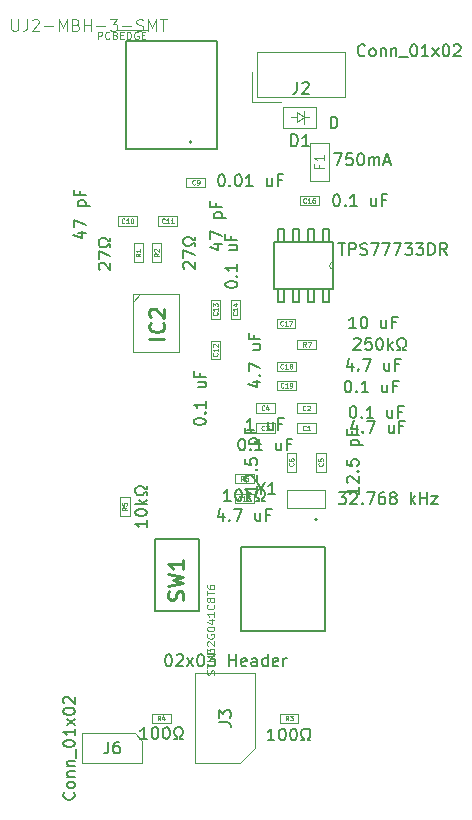
<source format=gbr>
G04 #@! TF.GenerationSoftware,KiCad,Pcbnew,(5.1.4)-1*
G04 #@! TF.CreationDate,2020-03-23T23:33:49-05:00*
G04 #@! TF.ProjectId,ExOneMicrorocessor,45784f6e-654d-4696-9372-6f726f636573,rev?*
G04 #@! TF.SameCoordinates,Original*
G04 #@! TF.FileFunction,Other,Fab,Top*
%FSLAX46Y46*%
G04 Gerber Fmt 4.6, Leading zero omitted, Abs format (unit mm)*
G04 Created by KiCad (PCBNEW (5.1.4)-1) date 2020-03-23 23:33:49*
%MOMM*%
%LPD*%
G04 APERTURE LIST*
%ADD10C,0.100000*%
%ADD11C,0.200000*%
%ADD12C,0.160000*%
%ADD13C,0.127000*%
%ADD14C,0.152400*%
%ADD15C,0.150000*%
%ADD16C,0.254000*%
%ADD17C,0.015000*%
%ADD18C,0.060000*%
%ADD19C,0.120000*%
G04 APERTURE END LIST*
D10*
X147370800Y-123672600D02*
X148005800Y-124307600D01*
X142925800Y-123672600D02*
X147370800Y-123672600D01*
X142925800Y-126212600D02*
X142925800Y-123672600D01*
X148005800Y-126212600D02*
X142925800Y-126212600D01*
X148005800Y-124307600D02*
X148005800Y-126212600D01*
D11*
X149076800Y-113362200D02*
X152776800Y-113362200D01*
X149076800Y-107262200D02*
X149076800Y-113362200D01*
X152776800Y-107262200D02*
X149076800Y-107262200D01*
X152776800Y-113362200D02*
X152776800Y-107262200D01*
D12*
X152175200Y-73644900D02*
G75*
G03X152175200Y-73644900I-80000J0D01*
G01*
D13*
X154355200Y-65044900D02*
X154355200Y-74244900D01*
X146635200Y-65044900D02*
X154355200Y-65044900D01*
X146635200Y-65644900D02*
X146635200Y-65044900D01*
X146635200Y-74244900D02*
X146635200Y-65644900D01*
X154355200Y-74244900D02*
X146635200Y-74244900D01*
X156403960Y-107905200D02*
X163503960Y-107905200D01*
X156403960Y-115005200D02*
X163503960Y-115005200D01*
X163503960Y-115005200D02*
X163503960Y-107905200D01*
X156403960Y-115005200D02*
X156403960Y-107905200D01*
D11*
X162803960Y-105595200D02*
G75*
G03X162803960Y-105595200I-100000J0D01*
G01*
D10*
X160289440Y-104585200D02*
X163489440Y-104585200D01*
X160289440Y-103085200D02*
X163489440Y-103085200D01*
X163489440Y-103085200D02*
X163489440Y-104585200D01*
X160289440Y-103085200D02*
X160289440Y-104585200D01*
X164185600Y-84404200D02*
G75*
G02X164185600Y-83794600I0J304800D01*
G01*
D14*
X164185600Y-82092800D02*
X159207200Y-82092800D01*
X164185600Y-83794600D02*
X164185600Y-82092800D01*
X164185600Y-84404200D02*
X164185600Y-83794600D01*
X164185600Y-86106000D02*
X164185600Y-84404200D01*
X159207200Y-86106000D02*
X164185600Y-86106000D01*
X159207200Y-82092800D02*
X159207200Y-86106000D01*
X163855400Y-87198200D02*
X163855400Y-86106000D01*
X163347400Y-87198200D02*
X163855400Y-87198200D01*
X163347400Y-86106000D02*
X163347400Y-87198200D01*
X163855400Y-86106000D02*
X163347400Y-86106000D01*
X162585400Y-87198200D02*
X162585400Y-86106000D01*
X162077400Y-87198200D02*
X162585400Y-87198200D01*
X162077400Y-86106000D02*
X162077400Y-87198200D01*
X162585400Y-86106000D02*
X162077400Y-86106000D01*
X161315400Y-87198200D02*
X161315400Y-86106000D01*
X160807400Y-87198200D02*
X161315400Y-87198200D01*
X160807400Y-86106000D02*
X160807400Y-87198200D01*
X161315400Y-86106000D02*
X160807400Y-86106000D01*
X160045400Y-87198200D02*
X160045400Y-86106000D01*
X159537400Y-87198200D02*
X160045400Y-87198200D01*
X159537400Y-86106000D02*
X159537400Y-87198200D01*
X160045400Y-86106000D02*
X159537400Y-86106000D01*
X159537400Y-81000600D02*
X159537400Y-82092800D01*
X160045400Y-81000600D02*
X159537400Y-81000600D01*
X160045400Y-82092800D02*
X160045400Y-81000600D01*
X159537400Y-82092800D02*
X160045400Y-82092800D01*
X160807400Y-81000600D02*
X160807400Y-82092800D01*
X161315400Y-81000600D02*
X160807400Y-81000600D01*
X161315400Y-82092800D02*
X161315400Y-81000600D01*
X160807400Y-82092800D02*
X161315400Y-82092800D01*
X162077400Y-81000600D02*
X162077400Y-82092800D01*
X162585400Y-81000600D02*
X162077400Y-81000600D01*
X162585400Y-82092800D02*
X162585400Y-81000600D01*
X162077400Y-82092800D02*
X162585400Y-82092800D01*
X163347400Y-81000600D02*
X163347400Y-82092800D01*
X163855400Y-81000600D02*
X163347400Y-81000600D01*
X163855400Y-82092800D02*
X163855400Y-81000600D01*
X163347400Y-82092800D02*
X163855400Y-82092800D01*
D10*
X162736400Y-91166900D02*
X161136400Y-91166900D01*
X162736400Y-90366900D02*
X162736400Y-91166900D01*
X161136400Y-90366900D02*
X162736400Y-90366900D01*
X161136400Y-91166900D02*
X161136400Y-90366900D01*
X157455800Y-102533400D02*
X155855800Y-102533400D01*
X157455800Y-101733400D02*
X157455800Y-102533400D01*
X155855800Y-101733400D02*
X157455800Y-101733400D01*
X155855800Y-102533400D02*
X155855800Y-101733400D01*
X146932600Y-103695600D02*
X146932600Y-105295600D01*
X146132600Y-103695600D02*
X146932600Y-103695600D01*
X146132600Y-105295600D02*
X146132600Y-103695600D01*
X146932600Y-105295600D02*
X146132600Y-105295600D01*
X150414920Y-122817840D02*
X148814920Y-122817840D01*
X150414920Y-122017840D02*
X150414920Y-122817840D01*
X148814920Y-122017840D02*
X150414920Y-122017840D01*
X148814920Y-122817840D02*
X148814920Y-122017840D01*
X161237800Y-122812760D02*
X159637800Y-122812760D01*
X161237800Y-122012760D02*
X161237800Y-122812760D01*
X159637800Y-122012760D02*
X161237800Y-122012760D01*
X159637800Y-122812760D02*
X159637800Y-122012760D01*
X149637700Y-82194500D02*
X149637700Y-83794500D01*
X148837700Y-82194500D02*
X149637700Y-82194500D01*
X148837700Y-83794500D02*
X148837700Y-82194500D01*
X149637700Y-83794500D02*
X148837700Y-83794500D01*
X148075600Y-82193200D02*
X148075600Y-83793200D01*
X147275600Y-82193200D02*
X148075600Y-82193200D01*
X147275600Y-83793200D02*
X147275600Y-82193200D01*
X148075600Y-83793200D02*
X147275600Y-83793200D01*
X157594300Y-124955300D02*
X156324300Y-126225300D01*
X157594300Y-118605300D02*
X157594300Y-124955300D01*
X152514300Y-118605300D02*
X157594300Y-118605300D01*
X152514300Y-126225300D02*
X152514300Y-118605300D01*
X156324300Y-126225300D02*
X152514300Y-126225300D01*
X157289700Y-70199400D02*
X159789700Y-70199400D01*
X157289700Y-67699400D02*
X157289700Y-70199400D01*
X165199700Y-65989400D02*
X157699700Y-65989400D01*
X165199700Y-69789400D02*
X165199700Y-65989400D01*
X157699700Y-69789400D02*
X165199700Y-69789400D01*
X157699700Y-65989400D02*
X157699700Y-69789400D01*
X147224200Y-87160200D02*
X147860200Y-86525200D01*
X147224200Y-91427200D02*
X147224200Y-86525200D01*
X151124200Y-91427200D02*
X147224200Y-91427200D01*
X151124200Y-86525200D02*
X151124200Y-91427200D01*
X147224200Y-86525200D02*
X151124200Y-86525200D01*
X163804500Y-73696700D02*
X163804500Y-76896700D01*
X162204500Y-73696700D02*
X163804500Y-73696700D01*
X162204500Y-76896700D02*
X162204500Y-73696700D01*
X163804500Y-76896700D02*
X162204500Y-76896700D01*
X162754500Y-72426400D02*
X159954500Y-72426400D01*
X159954500Y-72426400D02*
X159954500Y-70626400D01*
X159954500Y-70626400D02*
X162754500Y-70626400D01*
X162754500Y-70626400D02*
X162754500Y-72426400D01*
X162104500Y-71526400D02*
X161704500Y-71526400D01*
X161704500Y-71526400D02*
X161704500Y-72076400D01*
X161704500Y-71526400D02*
X161704500Y-70976400D01*
X161704500Y-71526400D02*
X161104500Y-71926400D01*
X161104500Y-71926400D02*
X161104500Y-71126400D01*
X161104500Y-71126400D02*
X161704500Y-71526400D01*
X161104500Y-71526400D02*
X160604500Y-71526400D01*
X161023200Y-94646700D02*
X159423200Y-94646700D01*
X161023200Y-93846700D02*
X161023200Y-94646700D01*
X159423200Y-93846700D02*
X161023200Y-93846700D01*
X159423200Y-94646700D02*
X159423200Y-93846700D01*
X161011800Y-93033800D02*
X159411800Y-93033800D01*
X161011800Y-92233800D02*
X161011800Y-93033800D01*
X159411800Y-92233800D02*
X161011800Y-92233800D01*
X159411800Y-93033800D02*
X159411800Y-92233800D01*
X160985100Y-89388900D02*
X159385100Y-89388900D01*
X160985100Y-88588900D02*
X160985100Y-89388900D01*
X159385100Y-88588900D02*
X160985100Y-88588900D01*
X159385100Y-89388900D02*
X159385100Y-88588900D01*
X162942200Y-79000300D02*
X161342200Y-79000300D01*
X162942200Y-78200300D02*
X162942200Y-79000300D01*
X161342200Y-78200300D02*
X162942200Y-78200300D01*
X161342200Y-79000300D02*
X161342200Y-78200300D01*
X157455800Y-104209800D02*
X155855800Y-104209800D01*
X157455800Y-103409800D02*
X157455800Y-104209800D01*
X155855800Y-103409800D02*
X157455800Y-103409800D01*
X155855800Y-104209800D02*
X155855800Y-103409800D01*
X155492500Y-88595100D02*
X155492500Y-86995100D01*
X156292500Y-88595100D02*
X155492500Y-88595100D01*
X156292500Y-86995100D02*
X156292500Y-88595100D01*
X155492500Y-86995100D02*
X156292500Y-86995100D01*
X154603400Y-86993800D02*
X154603400Y-88593800D01*
X153803400Y-86993800D02*
X154603400Y-86993800D01*
X153803400Y-88593800D02*
X153803400Y-86993800D01*
X154603400Y-88593800D02*
X153803400Y-88593800D01*
X153803400Y-92035500D02*
X153803400Y-90435500D01*
X154603400Y-92035500D02*
X153803400Y-92035500D01*
X154603400Y-90435500D02*
X154603400Y-92035500D01*
X153803400Y-90435500D02*
X154603400Y-90435500D01*
X150963500Y-80714800D02*
X149363500Y-80714800D01*
X150963500Y-79914800D02*
X150963500Y-80714800D01*
X149363500Y-79914800D02*
X150963500Y-79914800D01*
X149363500Y-80714800D02*
X149363500Y-79914800D01*
X145959900Y-79914800D02*
X147559900Y-79914800D01*
X145959900Y-80714800D02*
X145959900Y-79914800D01*
X147559900Y-80714800D02*
X145959900Y-80714800D01*
X147559900Y-79914800D02*
X147559900Y-80714800D01*
X153353700Y-77450900D02*
X151753700Y-77450900D01*
X153353700Y-76650900D02*
X153353700Y-77450900D01*
X151753700Y-76650900D02*
X153353700Y-76650900D01*
X151753700Y-77450900D02*
X151753700Y-76650900D01*
X160239760Y-101535160D02*
X160239760Y-99935160D01*
X161039760Y-101535160D02*
X160239760Y-101535160D01*
X161039760Y-99935160D02*
X161039760Y-101535160D01*
X160239760Y-99935160D02*
X161039760Y-99935160D01*
X162739120Y-101530080D02*
X162739120Y-99930080D01*
X163539120Y-101530080D02*
X162739120Y-101530080D01*
X163539120Y-99930080D02*
X163539120Y-101530080D01*
X162739120Y-99930080D02*
X163539120Y-99930080D01*
X159223640Y-96544080D02*
X157623640Y-96544080D01*
X159223640Y-95744080D02*
X159223640Y-96544080D01*
X157623640Y-95744080D02*
X159223640Y-95744080D01*
X157623640Y-96544080D02*
X157623640Y-95744080D01*
X159218560Y-98256040D02*
X157618560Y-98256040D01*
X159218560Y-97456040D02*
X159218560Y-98256040D01*
X157618560Y-97456040D02*
X159218560Y-97456040D01*
X157618560Y-98256040D02*
X157618560Y-97456040D01*
X161098360Y-95754240D02*
X162698360Y-95754240D01*
X161098360Y-96554240D02*
X161098360Y-95754240D01*
X162698360Y-96554240D02*
X161098360Y-96554240D01*
X162698360Y-95754240D02*
X162698360Y-96554240D01*
X161100840Y-97450960D02*
X162700840Y-97450960D01*
X161100840Y-98250960D02*
X161100840Y-97450960D01*
X162700840Y-98250960D02*
X161100840Y-98250960D01*
X162700840Y-97450960D02*
X162700840Y-98250960D01*
D15*
X142222942Y-128680695D02*
X142270561Y-128728314D01*
X142318180Y-128871171D01*
X142318180Y-128966409D01*
X142270561Y-129109266D01*
X142175323Y-129204504D01*
X142080085Y-129252123D01*
X141889609Y-129299742D01*
X141746752Y-129299742D01*
X141556276Y-129252123D01*
X141461038Y-129204504D01*
X141365800Y-129109266D01*
X141318180Y-128966409D01*
X141318180Y-128871171D01*
X141365800Y-128728314D01*
X141413419Y-128680695D01*
X142318180Y-128109266D02*
X142270561Y-128204504D01*
X142222942Y-128252123D01*
X142127704Y-128299742D01*
X141841990Y-128299742D01*
X141746752Y-128252123D01*
X141699133Y-128204504D01*
X141651514Y-128109266D01*
X141651514Y-127966409D01*
X141699133Y-127871171D01*
X141746752Y-127823552D01*
X141841990Y-127775933D01*
X142127704Y-127775933D01*
X142222942Y-127823552D01*
X142270561Y-127871171D01*
X142318180Y-127966409D01*
X142318180Y-128109266D01*
X141651514Y-127347361D02*
X142318180Y-127347361D01*
X141746752Y-127347361D02*
X141699133Y-127299742D01*
X141651514Y-127204504D01*
X141651514Y-127061647D01*
X141699133Y-126966409D01*
X141794371Y-126918790D01*
X142318180Y-126918790D01*
X141651514Y-126442600D02*
X142318180Y-126442600D01*
X141746752Y-126442600D02*
X141699133Y-126394980D01*
X141651514Y-126299742D01*
X141651514Y-126156885D01*
X141699133Y-126061647D01*
X141794371Y-126014028D01*
X142318180Y-126014028D01*
X142413419Y-125775933D02*
X142413419Y-125014028D01*
X141318180Y-124585457D02*
X141318180Y-124490219D01*
X141365800Y-124394980D01*
X141413419Y-124347361D01*
X141508657Y-124299742D01*
X141699133Y-124252123D01*
X141937228Y-124252123D01*
X142127704Y-124299742D01*
X142222942Y-124347361D01*
X142270561Y-124394980D01*
X142318180Y-124490219D01*
X142318180Y-124585457D01*
X142270561Y-124680695D01*
X142222942Y-124728314D01*
X142127704Y-124775933D01*
X141937228Y-124823552D01*
X141699133Y-124823552D01*
X141508657Y-124775933D01*
X141413419Y-124728314D01*
X141365800Y-124680695D01*
X141318180Y-124585457D01*
X142318180Y-123299742D02*
X142318180Y-123871171D01*
X142318180Y-123585457D02*
X141318180Y-123585457D01*
X141461038Y-123680695D01*
X141556276Y-123775933D01*
X141603895Y-123871171D01*
X142318180Y-122966409D02*
X141651514Y-122442600D01*
X141651514Y-122966409D02*
X142318180Y-122442600D01*
X141318180Y-121871171D02*
X141318180Y-121775933D01*
X141365800Y-121680695D01*
X141413419Y-121633076D01*
X141508657Y-121585457D01*
X141699133Y-121537838D01*
X141937228Y-121537838D01*
X142127704Y-121585457D01*
X142222942Y-121633076D01*
X142270561Y-121680695D01*
X142318180Y-121775933D01*
X142318180Y-121871171D01*
X142270561Y-121966409D01*
X142222942Y-122014028D01*
X142127704Y-122061647D01*
X141937228Y-122109266D01*
X141699133Y-122109266D01*
X141508657Y-122061647D01*
X141413419Y-122014028D01*
X141365800Y-121966409D01*
X141318180Y-121871171D01*
X141413419Y-121156885D02*
X141365800Y-121109266D01*
X141318180Y-121014028D01*
X141318180Y-120775933D01*
X141365800Y-120680695D01*
X141413419Y-120633076D01*
X141508657Y-120585457D01*
X141603895Y-120585457D01*
X141746752Y-120633076D01*
X142318180Y-121204504D01*
X142318180Y-120585457D01*
X145132466Y-124394980D02*
X145132466Y-125109266D01*
X145084847Y-125252123D01*
X144989609Y-125347361D01*
X144846752Y-125394980D01*
X144751514Y-125394980D01*
X146037228Y-124394980D02*
X145846752Y-124394980D01*
X145751514Y-124442600D01*
X145703895Y-124490219D01*
X145608657Y-124633076D01*
X145561038Y-124823552D01*
X145561038Y-125204504D01*
X145608657Y-125299742D01*
X145656276Y-125347361D01*
X145751514Y-125394980D01*
X145941990Y-125394980D01*
X146037228Y-125347361D01*
X146084847Y-125299742D01*
X146132466Y-125204504D01*
X146132466Y-124966409D01*
X146084847Y-124871171D01*
X146037228Y-124823552D01*
X145941990Y-124775933D01*
X145751514Y-124775933D01*
X145656276Y-124823552D01*
X145608657Y-124871171D01*
X145561038Y-124966409D01*
D16*
X151440847Y-112405533D02*
X151501323Y-112224104D01*
X151501323Y-111921723D01*
X151440847Y-111800771D01*
X151380371Y-111740295D01*
X151259419Y-111679819D01*
X151138466Y-111679819D01*
X151017514Y-111740295D01*
X150957038Y-111800771D01*
X150896561Y-111921723D01*
X150836085Y-112163628D01*
X150775609Y-112284580D01*
X150715133Y-112345057D01*
X150594180Y-112405533D01*
X150473228Y-112405533D01*
X150352276Y-112345057D01*
X150291800Y-112284580D01*
X150231323Y-112163628D01*
X150231323Y-111861247D01*
X150291800Y-111679819D01*
X150231323Y-111256485D02*
X151501323Y-110954104D01*
X150594180Y-110712200D01*
X151501323Y-110470295D01*
X150231323Y-110167914D01*
X151501323Y-109018866D02*
X151501323Y-109744580D01*
X151501323Y-109381723D02*
X150231323Y-109381723D01*
X150412752Y-109502676D01*
X150533704Y-109623628D01*
X150594180Y-109744580D01*
D17*
X136928017Y-63217208D02*
X136928017Y-64027918D01*
X136975706Y-64123296D01*
X137023395Y-64170984D01*
X137118772Y-64218673D01*
X137309527Y-64218673D01*
X137404905Y-64170984D01*
X137452594Y-64123296D01*
X137500283Y-64027918D01*
X137500283Y-63217208D01*
X138263304Y-63217208D02*
X138263304Y-63932540D01*
X138215615Y-64075607D01*
X138120237Y-64170984D01*
X137977171Y-64218673D01*
X137881793Y-64218673D01*
X138692503Y-63312586D02*
X138740192Y-63264897D01*
X138835569Y-63217208D01*
X139074013Y-63217208D01*
X139169391Y-63264897D01*
X139217080Y-63312586D01*
X139264769Y-63407963D01*
X139264769Y-63503341D01*
X139217080Y-63646407D01*
X138644814Y-64218673D01*
X139264769Y-64218673D01*
X139693968Y-63837163D02*
X140456989Y-63837163D01*
X140933877Y-64218673D02*
X140933877Y-63217208D01*
X141267699Y-63932540D01*
X141601520Y-63217208D01*
X141601520Y-64218673D01*
X142412230Y-63694096D02*
X142555297Y-63741785D01*
X142602985Y-63789474D01*
X142650674Y-63884852D01*
X142650674Y-64027918D01*
X142602985Y-64123296D01*
X142555297Y-64170984D01*
X142459919Y-64218673D01*
X142078408Y-64218673D01*
X142078408Y-63217208D01*
X142412230Y-63217208D01*
X142507608Y-63264897D01*
X142555297Y-63312586D01*
X142602985Y-63407963D01*
X142602985Y-63503341D01*
X142555297Y-63598719D01*
X142507608Y-63646407D01*
X142412230Y-63694096D01*
X142078408Y-63694096D01*
X143079873Y-64218673D02*
X143079873Y-63217208D01*
X143079873Y-63694096D02*
X143652139Y-63694096D01*
X143652139Y-64218673D02*
X143652139Y-63217208D01*
X144129027Y-63837163D02*
X144892048Y-63837163D01*
X145273559Y-63217208D02*
X145893513Y-63217208D01*
X145559692Y-63598719D01*
X145702758Y-63598719D01*
X145798136Y-63646407D01*
X145845824Y-63694096D01*
X145893513Y-63789474D01*
X145893513Y-64027918D01*
X145845824Y-64123296D01*
X145798136Y-64170984D01*
X145702758Y-64218673D01*
X145416625Y-64218673D01*
X145321247Y-64170984D01*
X145273559Y-64123296D01*
X146322712Y-63837163D02*
X147085733Y-63837163D01*
X147514933Y-64170984D02*
X147657999Y-64218673D01*
X147896443Y-64218673D01*
X147991821Y-64170984D01*
X148039510Y-64123296D01*
X148087198Y-64027918D01*
X148087198Y-63932540D01*
X148039510Y-63837163D01*
X147991821Y-63789474D01*
X147896443Y-63741785D01*
X147705688Y-63694096D01*
X147610310Y-63646407D01*
X147562622Y-63598719D01*
X147514933Y-63503341D01*
X147514933Y-63407963D01*
X147562622Y-63312586D01*
X147610310Y-63264897D01*
X147705688Y-63217208D01*
X147944132Y-63217208D01*
X148087198Y-63264897D01*
X148516398Y-64218673D02*
X148516398Y-63217208D01*
X148850219Y-63932540D01*
X149184041Y-63217208D01*
X149184041Y-64218673D01*
X149517863Y-63217208D02*
X150090128Y-63217208D01*
X149803996Y-64218673D02*
X149803996Y-63217208D01*
X144242026Y-64920670D02*
X144242026Y-64290072D01*
X144482254Y-64290072D01*
X144542311Y-64320101D01*
X144572339Y-64350129D01*
X144602368Y-64410186D01*
X144602368Y-64500271D01*
X144572339Y-64560328D01*
X144542311Y-64590357D01*
X144482254Y-64620385D01*
X144242026Y-64620385D01*
X145232966Y-64860613D02*
X145202937Y-64890642D01*
X145112852Y-64920670D01*
X145052795Y-64920670D01*
X144962709Y-64890642D01*
X144902652Y-64830585D01*
X144872624Y-64770528D01*
X144842595Y-64650414D01*
X144842595Y-64560328D01*
X144872624Y-64440214D01*
X144902652Y-64380157D01*
X144962709Y-64320101D01*
X145052795Y-64290072D01*
X145112852Y-64290072D01*
X145202937Y-64320101D01*
X145232966Y-64350129D01*
X145713421Y-64590357D02*
X145803507Y-64620385D01*
X145833535Y-64650414D01*
X145863564Y-64710471D01*
X145863564Y-64800556D01*
X145833535Y-64860613D01*
X145803507Y-64890642D01*
X145743450Y-64920670D01*
X145503222Y-64920670D01*
X145503222Y-64290072D01*
X145713421Y-64290072D01*
X145773478Y-64320101D01*
X145803507Y-64350129D01*
X145833535Y-64410186D01*
X145833535Y-64470243D01*
X145803507Y-64530300D01*
X145773478Y-64560328D01*
X145713421Y-64590357D01*
X145503222Y-64590357D01*
X145983677Y-64161869D02*
X146554219Y-64161869D01*
X146133820Y-64590357D02*
X146344019Y-64590357D01*
X146434105Y-64920670D02*
X146133820Y-64920670D01*
X146133820Y-64290072D01*
X146434105Y-64290072D01*
X146554219Y-64161869D02*
X147184817Y-64161869D01*
X146704361Y-64920670D02*
X146704361Y-64290072D01*
X146854503Y-64290072D01*
X146944589Y-64320101D01*
X147004646Y-64380157D01*
X147034674Y-64440214D01*
X147064703Y-64560328D01*
X147064703Y-64650414D01*
X147034674Y-64770528D01*
X147004646Y-64830585D01*
X146944589Y-64890642D01*
X146854503Y-64920670D01*
X146704361Y-64920670D01*
X147184817Y-64161869D02*
X147815415Y-64161869D01*
X147665272Y-64320101D02*
X147605215Y-64290072D01*
X147515130Y-64290072D01*
X147425044Y-64320101D01*
X147364987Y-64380157D01*
X147334959Y-64440214D01*
X147304930Y-64560328D01*
X147304930Y-64650414D01*
X147334959Y-64770528D01*
X147364987Y-64830585D01*
X147425044Y-64890642D01*
X147515130Y-64920670D01*
X147575187Y-64920670D01*
X147665272Y-64890642D01*
X147695301Y-64860613D01*
X147695301Y-64650414D01*
X147575187Y-64650414D01*
X147815415Y-64161869D02*
X148385956Y-64161869D01*
X147965557Y-64590357D02*
X148175756Y-64590357D01*
X148265842Y-64920670D02*
X147965557Y-64920670D01*
X147965557Y-64290072D01*
X148265842Y-64290072D01*
X154091607Y-118719123D02*
X154122083Y-118627695D01*
X154122083Y-118475314D01*
X154091607Y-118414361D01*
X154061131Y-118383885D01*
X154000179Y-118353409D01*
X153939226Y-118353409D01*
X153878274Y-118383885D01*
X153847798Y-118414361D01*
X153817321Y-118475314D01*
X153786845Y-118597219D01*
X153756369Y-118658171D01*
X153725893Y-118688647D01*
X153664940Y-118719123D01*
X153603988Y-118719123D01*
X153543036Y-118688647D01*
X153512560Y-118658171D01*
X153482083Y-118597219D01*
X153482083Y-118444838D01*
X153512560Y-118353409D01*
X153482083Y-118170552D02*
X153482083Y-117804838D01*
X154122083Y-117987695D02*
X153482083Y-117987695D01*
X154122083Y-117591504D02*
X153482083Y-117591504D01*
X153939226Y-117378171D01*
X153482083Y-117164838D01*
X154122083Y-117164838D01*
X153482083Y-116921028D02*
X153482083Y-116524838D01*
X153725893Y-116738171D01*
X153725893Y-116646742D01*
X153756369Y-116585790D01*
X153786845Y-116555314D01*
X153847798Y-116524838D01*
X154000179Y-116524838D01*
X154061131Y-116555314D01*
X154091607Y-116585790D01*
X154122083Y-116646742D01*
X154122083Y-116829600D01*
X154091607Y-116890552D01*
X154061131Y-116921028D01*
X153543036Y-116281028D02*
X153512560Y-116250552D01*
X153482083Y-116189600D01*
X153482083Y-116037219D01*
X153512560Y-115976266D01*
X153543036Y-115945790D01*
X153603988Y-115915314D01*
X153664940Y-115915314D01*
X153756369Y-115945790D01*
X154122083Y-116311504D01*
X154122083Y-115915314D01*
X153512560Y-115305790D02*
X153482083Y-115366742D01*
X153482083Y-115458171D01*
X153512560Y-115549600D01*
X153573512Y-115610552D01*
X153634464Y-115641028D01*
X153756369Y-115671504D01*
X153847798Y-115671504D01*
X153969702Y-115641028D01*
X154030655Y-115610552D01*
X154091607Y-115549600D01*
X154122083Y-115458171D01*
X154122083Y-115397219D01*
X154091607Y-115305790D01*
X154061131Y-115275314D01*
X153847798Y-115275314D01*
X153847798Y-115397219D01*
X153482083Y-114879123D02*
X153482083Y-114818171D01*
X153512560Y-114757219D01*
X153543036Y-114726742D01*
X153603988Y-114696266D01*
X153725893Y-114665790D01*
X153878274Y-114665790D01*
X154000179Y-114696266D01*
X154061131Y-114726742D01*
X154091607Y-114757219D01*
X154122083Y-114818171D01*
X154122083Y-114879123D01*
X154091607Y-114940076D01*
X154061131Y-114970552D01*
X154000179Y-115001028D01*
X153878274Y-115031504D01*
X153725893Y-115031504D01*
X153603988Y-115001028D01*
X153543036Y-114970552D01*
X153512560Y-114940076D01*
X153482083Y-114879123D01*
X153695417Y-114117219D02*
X154122083Y-114117219D01*
X153451607Y-114269600D02*
X153908750Y-114421980D01*
X153908750Y-114025790D01*
X154122083Y-113446742D02*
X154122083Y-113812457D01*
X154122083Y-113629600D02*
X153482083Y-113629600D01*
X153573512Y-113690552D01*
X153634464Y-113751504D01*
X153664940Y-113812457D01*
X154061131Y-112806742D02*
X154091607Y-112837219D01*
X154122083Y-112928647D01*
X154122083Y-112989600D01*
X154091607Y-113081028D01*
X154030655Y-113141980D01*
X153969702Y-113172457D01*
X153847798Y-113202933D01*
X153756369Y-113202933D01*
X153634464Y-113172457D01*
X153573512Y-113141980D01*
X153512560Y-113081028D01*
X153482083Y-112989600D01*
X153482083Y-112928647D01*
X153512560Y-112837219D01*
X153543036Y-112806742D01*
X153756369Y-112441028D02*
X153725893Y-112501980D01*
X153695417Y-112532457D01*
X153634464Y-112562933D01*
X153603988Y-112562933D01*
X153543036Y-112532457D01*
X153512560Y-112501980D01*
X153482083Y-112441028D01*
X153482083Y-112319123D01*
X153512560Y-112258171D01*
X153543036Y-112227695D01*
X153603988Y-112197219D01*
X153634464Y-112197219D01*
X153695417Y-112227695D01*
X153725893Y-112258171D01*
X153756369Y-112319123D01*
X153756369Y-112441028D01*
X153786845Y-112501980D01*
X153817321Y-112532457D01*
X153878274Y-112562933D01*
X154000179Y-112562933D01*
X154061131Y-112532457D01*
X154091607Y-112501980D01*
X154122083Y-112441028D01*
X154122083Y-112319123D01*
X154091607Y-112258171D01*
X154061131Y-112227695D01*
X154000179Y-112197219D01*
X153878274Y-112197219D01*
X153817321Y-112227695D01*
X153786845Y-112258171D01*
X153756369Y-112319123D01*
X153482083Y-112014361D02*
X153482083Y-111648647D01*
X154122083Y-111831504D02*
X153482083Y-111831504D01*
X153482083Y-111161028D02*
X153482083Y-111282933D01*
X153512560Y-111343885D01*
X153543036Y-111374361D01*
X153634464Y-111435314D01*
X153756369Y-111465790D01*
X154000179Y-111465790D01*
X154061131Y-111435314D01*
X154091607Y-111404838D01*
X154122083Y-111343885D01*
X154122083Y-111221980D01*
X154091607Y-111161028D01*
X154061131Y-111130552D01*
X154000179Y-111100076D01*
X153847798Y-111100076D01*
X153786845Y-111130552D01*
X153756369Y-111161028D01*
X153725893Y-111221980D01*
X153725893Y-111343885D01*
X153756369Y-111404838D01*
X153786845Y-111435314D01*
X153847798Y-111465790D01*
D15*
X164633163Y-103287580D02*
X165252211Y-103287580D01*
X164918878Y-103668533D01*
X165061735Y-103668533D01*
X165156973Y-103716152D01*
X165204592Y-103763771D01*
X165252211Y-103859009D01*
X165252211Y-104097104D01*
X165204592Y-104192342D01*
X165156973Y-104239961D01*
X165061735Y-104287580D01*
X164776020Y-104287580D01*
X164680782Y-104239961D01*
X164633163Y-104192342D01*
X165633163Y-103382819D02*
X165680782Y-103335200D01*
X165776020Y-103287580D01*
X166014116Y-103287580D01*
X166109354Y-103335200D01*
X166156973Y-103382819D01*
X166204592Y-103478057D01*
X166204592Y-103573295D01*
X166156973Y-103716152D01*
X165585544Y-104287580D01*
X166204592Y-104287580D01*
X166633163Y-104192342D02*
X166680782Y-104239961D01*
X166633163Y-104287580D01*
X166585544Y-104239961D01*
X166633163Y-104192342D01*
X166633163Y-104287580D01*
X167014116Y-103287580D02*
X167680782Y-103287580D01*
X167252211Y-104287580D01*
X168490306Y-103287580D02*
X168299830Y-103287580D01*
X168204592Y-103335200D01*
X168156973Y-103382819D01*
X168061735Y-103525676D01*
X168014116Y-103716152D01*
X168014116Y-104097104D01*
X168061735Y-104192342D01*
X168109354Y-104239961D01*
X168204592Y-104287580D01*
X168395068Y-104287580D01*
X168490306Y-104239961D01*
X168537925Y-104192342D01*
X168585544Y-104097104D01*
X168585544Y-103859009D01*
X168537925Y-103763771D01*
X168490306Y-103716152D01*
X168395068Y-103668533D01*
X168204592Y-103668533D01*
X168109354Y-103716152D01*
X168061735Y-103763771D01*
X168014116Y-103859009D01*
X169156973Y-103716152D02*
X169061735Y-103668533D01*
X169014116Y-103620914D01*
X168966497Y-103525676D01*
X168966497Y-103478057D01*
X169014116Y-103382819D01*
X169061735Y-103335200D01*
X169156973Y-103287580D01*
X169347449Y-103287580D01*
X169442687Y-103335200D01*
X169490306Y-103382819D01*
X169537925Y-103478057D01*
X169537925Y-103525676D01*
X169490306Y-103620914D01*
X169442687Y-103668533D01*
X169347449Y-103716152D01*
X169156973Y-103716152D01*
X169061735Y-103763771D01*
X169014116Y-103811390D01*
X168966497Y-103906628D01*
X168966497Y-104097104D01*
X169014116Y-104192342D01*
X169061735Y-104239961D01*
X169156973Y-104287580D01*
X169347449Y-104287580D01*
X169442687Y-104239961D01*
X169490306Y-104192342D01*
X169537925Y-104097104D01*
X169537925Y-103906628D01*
X169490306Y-103811390D01*
X169442687Y-103763771D01*
X169347449Y-103716152D01*
X170728401Y-104287580D02*
X170728401Y-103287580D01*
X170823640Y-103906628D02*
X171109354Y-104287580D01*
X171109354Y-103620914D02*
X170728401Y-104001866D01*
X171537925Y-104287580D02*
X171537925Y-103287580D01*
X171537925Y-103763771D02*
X172109354Y-103763771D01*
X172109354Y-104287580D02*
X172109354Y-103287580D01*
X172490306Y-103620914D02*
X173014116Y-103620914D01*
X172490306Y-104287580D01*
X173014116Y-104287580D01*
X158070609Y-102963030D02*
X158070609Y-103439220D01*
X157737276Y-102439220D02*
X158070609Y-102963030D01*
X158403942Y-102439220D01*
X159261085Y-103439220D02*
X158689657Y-103439220D01*
X158975371Y-103439220D02*
X158975371Y-102439220D01*
X158880133Y-102582078D01*
X158784895Y-102677316D01*
X158689657Y-102724935D01*
X164622742Y-82180180D02*
X165194171Y-82180180D01*
X164908457Y-83180180D02*
X164908457Y-82180180D01*
X165527504Y-83180180D02*
X165527504Y-82180180D01*
X165908457Y-82180180D01*
X166003695Y-82227800D01*
X166051314Y-82275419D01*
X166098933Y-82370657D01*
X166098933Y-82513514D01*
X166051314Y-82608752D01*
X166003695Y-82656371D01*
X165908457Y-82703990D01*
X165527504Y-82703990D01*
X166479885Y-83132561D02*
X166622742Y-83180180D01*
X166860838Y-83180180D01*
X166956076Y-83132561D01*
X167003695Y-83084942D01*
X167051314Y-82989704D01*
X167051314Y-82894466D01*
X167003695Y-82799228D01*
X166956076Y-82751609D01*
X166860838Y-82703990D01*
X166670361Y-82656371D01*
X166575123Y-82608752D01*
X166527504Y-82561133D01*
X166479885Y-82465895D01*
X166479885Y-82370657D01*
X166527504Y-82275419D01*
X166575123Y-82227800D01*
X166670361Y-82180180D01*
X166908457Y-82180180D01*
X167051314Y-82227800D01*
X167384647Y-82180180D02*
X168051314Y-82180180D01*
X167622742Y-83180180D01*
X168337028Y-82180180D02*
X169003695Y-82180180D01*
X168575123Y-83180180D01*
X169289409Y-82180180D02*
X169956076Y-82180180D01*
X169527504Y-83180180D01*
X170241790Y-82180180D02*
X170860838Y-82180180D01*
X170527504Y-82561133D01*
X170670361Y-82561133D01*
X170765600Y-82608752D01*
X170813219Y-82656371D01*
X170860838Y-82751609D01*
X170860838Y-82989704D01*
X170813219Y-83084942D01*
X170765600Y-83132561D01*
X170670361Y-83180180D01*
X170384647Y-83180180D01*
X170289409Y-83132561D01*
X170241790Y-83084942D01*
X171194171Y-82180180D02*
X171813219Y-82180180D01*
X171479885Y-82561133D01*
X171622742Y-82561133D01*
X171717980Y-82608752D01*
X171765600Y-82656371D01*
X171813219Y-82751609D01*
X171813219Y-82989704D01*
X171765600Y-83084942D01*
X171717980Y-83132561D01*
X171622742Y-83180180D01*
X171337028Y-83180180D01*
X171241790Y-83132561D01*
X171194171Y-83084942D01*
X172241790Y-83180180D02*
X172241790Y-82180180D01*
X172479885Y-82180180D01*
X172622742Y-82227800D01*
X172717980Y-82323038D01*
X172765600Y-82418276D01*
X172813219Y-82608752D01*
X172813219Y-82751609D01*
X172765600Y-82942085D01*
X172717980Y-83037323D01*
X172622742Y-83132561D01*
X172479885Y-83180180D01*
X172241790Y-83180180D01*
X173813219Y-83180180D02*
X173479885Y-82703990D01*
X173241790Y-83180180D02*
X173241790Y-82180180D01*
X173622742Y-82180180D01*
X173717980Y-82227800D01*
X173765600Y-82275419D01*
X173813219Y-82370657D01*
X173813219Y-82513514D01*
X173765600Y-82608752D01*
X173717980Y-82656371D01*
X173622742Y-82703990D01*
X173241790Y-82703990D01*
X165921014Y-90314519D02*
X165968633Y-90266900D01*
X166063871Y-90219280D01*
X166301966Y-90219280D01*
X166397204Y-90266900D01*
X166444823Y-90314519D01*
X166492442Y-90409757D01*
X166492442Y-90504995D01*
X166444823Y-90647852D01*
X165873395Y-91219280D01*
X166492442Y-91219280D01*
X167397204Y-90219280D02*
X166921014Y-90219280D01*
X166873395Y-90695471D01*
X166921014Y-90647852D01*
X167016252Y-90600233D01*
X167254347Y-90600233D01*
X167349585Y-90647852D01*
X167397204Y-90695471D01*
X167444823Y-90790709D01*
X167444823Y-91028804D01*
X167397204Y-91124042D01*
X167349585Y-91171661D01*
X167254347Y-91219280D01*
X167016252Y-91219280D01*
X166921014Y-91171661D01*
X166873395Y-91124042D01*
X168063871Y-90219280D02*
X168159109Y-90219280D01*
X168254347Y-90266900D01*
X168301966Y-90314519D01*
X168349585Y-90409757D01*
X168397204Y-90600233D01*
X168397204Y-90838328D01*
X168349585Y-91028804D01*
X168301966Y-91124042D01*
X168254347Y-91171661D01*
X168159109Y-91219280D01*
X168063871Y-91219280D01*
X167968633Y-91171661D01*
X167921014Y-91124042D01*
X167873395Y-91028804D01*
X167825776Y-90838328D01*
X167825776Y-90600233D01*
X167873395Y-90409757D01*
X167921014Y-90314519D01*
X167968633Y-90266900D01*
X168063871Y-90219280D01*
X168825776Y-91219280D02*
X168825776Y-90219280D01*
X168921014Y-90838328D02*
X169206728Y-91219280D01*
X169206728Y-90552614D02*
X168825776Y-90933566D01*
X169587680Y-91219280D02*
X169825776Y-91219280D01*
X169825776Y-91028804D01*
X169730538Y-90981185D01*
X169635300Y-90885947D01*
X169587680Y-90743090D01*
X169587680Y-90504995D01*
X169635300Y-90362138D01*
X169730538Y-90266900D01*
X169873395Y-90219280D01*
X170063871Y-90219280D01*
X170206728Y-90266900D01*
X170301966Y-90362138D01*
X170349585Y-90504995D01*
X170349585Y-90743090D01*
X170301966Y-90885947D01*
X170206728Y-90981185D01*
X170111490Y-91028804D01*
X170111490Y-91219280D01*
X170349585Y-91219280D01*
D18*
X161869733Y-90947852D02*
X161736400Y-90757376D01*
X161641161Y-90947852D02*
X161641161Y-90547852D01*
X161793542Y-90547852D01*
X161831638Y-90566900D01*
X161850685Y-90585947D01*
X161869733Y-90624042D01*
X161869733Y-90681185D01*
X161850685Y-90719280D01*
X161831638Y-90738328D01*
X161793542Y-90757376D01*
X161641161Y-90757376D01*
X162003066Y-90547852D02*
X162269733Y-90547852D01*
X162098304Y-90947852D01*
D15*
X155489133Y-104015780D02*
X154917704Y-104015780D01*
X155203419Y-104015780D02*
X155203419Y-103015780D01*
X155108180Y-103158638D01*
X155012942Y-103253876D01*
X154917704Y-103301495D01*
X156108180Y-103015780D02*
X156203419Y-103015780D01*
X156298657Y-103063400D01*
X156346276Y-103111019D01*
X156393895Y-103206257D01*
X156441514Y-103396733D01*
X156441514Y-103634828D01*
X156393895Y-103825304D01*
X156346276Y-103920542D01*
X156298657Y-103968161D01*
X156203419Y-104015780D01*
X156108180Y-104015780D01*
X156012942Y-103968161D01*
X155965323Y-103920542D01*
X155917704Y-103825304D01*
X155870085Y-103634828D01*
X155870085Y-103396733D01*
X155917704Y-103206257D01*
X155965323Y-103111019D01*
X156012942Y-103063400D01*
X156108180Y-103015780D01*
X156870085Y-104015780D02*
X156870085Y-103015780D01*
X156965323Y-103634828D02*
X157251038Y-104015780D01*
X157251038Y-103349114D02*
X156870085Y-103730066D01*
X157631990Y-104015780D02*
X157870085Y-104015780D01*
X157870085Y-103825304D01*
X157774847Y-103777685D01*
X157679609Y-103682447D01*
X157631990Y-103539590D01*
X157631990Y-103301495D01*
X157679609Y-103158638D01*
X157774847Y-103063400D01*
X157917704Y-103015780D01*
X158108180Y-103015780D01*
X158251038Y-103063400D01*
X158346276Y-103158638D01*
X158393895Y-103301495D01*
X158393895Y-103539590D01*
X158346276Y-103682447D01*
X158251038Y-103777685D01*
X158155800Y-103825304D01*
X158155800Y-104015780D01*
X158393895Y-104015780D01*
D18*
X156589133Y-102314352D02*
X156455800Y-102123876D01*
X156360561Y-102314352D02*
X156360561Y-101914352D01*
X156512942Y-101914352D01*
X156551038Y-101933400D01*
X156570085Y-101952447D01*
X156589133Y-101990542D01*
X156589133Y-102047685D01*
X156570085Y-102085780D01*
X156551038Y-102104828D01*
X156512942Y-102123876D01*
X156360561Y-102123876D01*
X156931990Y-101914352D02*
X156855800Y-101914352D01*
X156817704Y-101933400D01*
X156798657Y-101952447D01*
X156760561Y-102009590D01*
X156741514Y-102085780D01*
X156741514Y-102238161D01*
X156760561Y-102276257D01*
X156779609Y-102295304D01*
X156817704Y-102314352D01*
X156893895Y-102314352D01*
X156931990Y-102295304D01*
X156951038Y-102276257D01*
X156970085Y-102238161D01*
X156970085Y-102142923D01*
X156951038Y-102104828D01*
X156931990Y-102085780D01*
X156893895Y-102066733D01*
X156817704Y-102066733D01*
X156779609Y-102085780D01*
X156760561Y-102104828D01*
X156741514Y-102142923D01*
D15*
X148414980Y-105662266D02*
X148414980Y-106233695D01*
X148414980Y-105947980D02*
X147414980Y-105947980D01*
X147557838Y-106043219D01*
X147653076Y-106138457D01*
X147700695Y-106233695D01*
X147414980Y-105043219D02*
X147414980Y-104947980D01*
X147462600Y-104852742D01*
X147510219Y-104805123D01*
X147605457Y-104757504D01*
X147795933Y-104709885D01*
X148034028Y-104709885D01*
X148224504Y-104757504D01*
X148319742Y-104805123D01*
X148367361Y-104852742D01*
X148414980Y-104947980D01*
X148414980Y-105043219D01*
X148367361Y-105138457D01*
X148319742Y-105186076D01*
X148224504Y-105233695D01*
X148034028Y-105281314D01*
X147795933Y-105281314D01*
X147605457Y-105233695D01*
X147510219Y-105186076D01*
X147462600Y-105138457D01*
X147414980Y-105043219D01*
X148414980Y-104281314D02*
X147414980Y-104281314D01*
X148034028Y-104186076D02*
X148414980Y-103900361D01*
X147748314Y-103900361D02*
X148129266Y-104281314D01*
X148414980Y-103519409D02*
X148414980Y-103281314D01*
X148224504Y-103281314D01*
X148176885Y-103376552D01*
X148081647Y-103471790D01*
X147938790Y-103519409D01*
X147700695Y-103519409D01*
X147557838Y-103471790D01*
X147462600Y-103376552D01*
X147414980Y-103233695D01*
X147414980Y-103043219D01*
X147462600Y-102900361D01*
X147557838Y-102805123D01*
X147700695Y-102757504D01*
X147938790Y-102757504D01*
X148081647Y-102805123D01*
X148176885Y-102900361D01*
X148224504Y-102995600D01*
X148414980Y-102995600D01*
X148414980Y-102757504D01*
D18*
X146713552Y-104562266D02*
X146523076Y-104695600D01*
X146713552Y-104790838D02*
X146313552Y-104790838D01*
X146313552Y-104638457D01*
X146332600Y-104600361D01*
X146351647Y-104581314D01*
X146389742Y-104562266D01*
X146446885Y-104562266D01*
X146484980Y-104581314D01*
X146504028Y-104600361D01*
X146523076Y-104638457D01*
X146523076Y-104790838D01*
X146313552Y-104200361D02*
X146313552Y-104390838D01*
X146504028Y-104409885D01*
X146484980Y-104390838D01*
X146465933Y-104352742D01*
X146465933Y-104257504D01*
X146484980Y-104219409D01*
X146504028Y-104200361D01*
X146542123Y-104181314D01*
X146637361Y-104181314D01*
X146675457Y-104200361D01*
X146694504Y-104219409D01*
X146713552Y-104257504D01*
X146713552Y-104352742D01*
X146694504Y-104390838D01*
X146675457Y-104409885D01*
D15*
X148418704Y-124175780D02*
X147847276Y-124175780D01*
X148132990Y-124175780D02*
X148132990Y-123175780D01*
X148037752Y-123318638D01*
X147942514Y-123413876D01*
X147847276Y-123461495D01*
X149037752Y-123175780D02*
X149132990Y-123175780D01*
X149228228Y-123223400D01*
X149275847Y-123271019D01*
X149323466Y-123366257D01*
X149371085Y-123556733D01*
X149371085Y-123794828D01*
X149323466Y-123985304D01*
X149275847Y-124080542D01*
X149228228Y-124128161D01*
X149132990Y-124175780D01*
X149037752Y-124175780D01*
X148942514Y-124128161D01*
X148894895Y-124080542D01*
X148847276Y-123985304D01*
X148799657Y-123794828D01*
X148799657Y-123556733D01*
X148847276Y-123366257D01*
X148894895Y-123271019D01*
X148942514Y-123223400D01*
X149037752Y-123175780D01*
X149990133Y-123175780D02*
X150085371Y-123175780D01*
X150180609Y-123223400D01*
X150228228Y-123271019D01*
X150275847Y-123366257D01*
X150323466Y-123556733D01*
X150323466Y-123794828D01*
X150275847Y-123985304D01*
X150228228Y-124080542D01*
X150180609Y-124128161D01*
X150085371Y-124175780D01*
X149990133Y-124175780D01*
X149894895Y-124128161D01*
X149847276Y-124080542D01*
X149799657Y-123985304D01*
X149752038Y-123794828D01*
X149752038Y-123556733D01*
X149799657Y-123366257D01*
X149847276Y-123271019D01*
X149894895Y-123223400D01*
X149990133Y-123175780D01*
X150704419Y-124175780D02*
X150942514Y-124175780D01*
X150942514Y-123985304D01*
X150847276Y-123937685D01*
X150752038Y-123842447D01*
X150704419Y-123699590D01*
X150704419Y-123461495D01*
X150752038Y-123318638D01*
X150847276Y-123223400D01*
X150990133Y-123175780D01*
X151180609Y-123175780D01*
X151323466Y-123223400D01*
X151418704Y-123318638D01*
X151466323Y-123461495D01*
X151466323Y-123699590D01*
X151418704Y-123842447D01*
X151323466Y-123937685D01*
X151228228Y-123985304D01*
X151228228Y-124175780D01*
X151466323Y-124175780D01*
D18*
X149548253Y-122598792D02*
X149414920Y-122408316D01*
X149319681Y-122598792D02*
X149319681Y-122198792D01*
X149472062Y-122198792D01*
X149510158Y-122217840D01*
X149529205Y-122236887D01*
X149548253Y-122274982D01*
X149548253Y-122332125D01*
X149529205Y-122370220D01*
X149510158Y-122389268D01*
X149472062Y-122408316D01*
X149319681Y-122408316D01*
X149891110Y-122332125D02*
X149891110Y-122598792D01*
X149795872Y-122179744D02*
X149700634Y-122465459D01*
X149948253Y-122465459D01*
D15*
X159199704Y-124295140D02*
X158628276Y-124295140D01*
X158913990Y-124295140D02*
X158913990Y-123295140D01*
X158818752Y-123437998D01*
X158723514Y-123533236D01*
X158628276Y-123580855D01*
X159818752Y-123295140D02*
X159913990Y-123295140D01*
X160009228Y-123342760D01*
X160056847Y-123390379D01*
X160104466Y-123485617D01*
X160152085Y-123676093D01*
X160152085Y-123914188D01*
X160104466Y-124104664D01*
X160056847Y-124199902D01*
X160009228Y-124247521D01*
X159913990Y-124295140D01*
X159818752Y-124295140D01*
X159723514Y-124247521D01*
X159675895Y-124199902D01*
X159628276Y-124104664D01*
X159580657Y-123914188D01*
X159580657Y-123676093D01*
X159628276Y-123485617D01*
X159675895Y-123390379D01*
X159723514Y-123342760D01*
X159818752Y-123295140D01*
X160771133Y-123295140D02*
X160866371Y-123295140D01*
X160961609Y-123342760D01*
X161009228Y-123390379D01*
X161056847Y-123485617D01*
X161104466Y-123676093D01*
X161104466Y-123914188D01*
X161056847Y-124104664D01*
X161009228Y-124199902D01*
X160961609Y-124247521D01*
X160866371Y-124295140D01*
X160771133Y-124295140D01*
X160675895Y-124247521D01*
X160628276Y-124199902D01*
X160580657Y-124104664D01*
X160533038Y-123914188D01*
X160533038Y-123676093D01*
X160580657Y-123485617D01*
X160628276Y-123390379D01*
X160675895Y-123342760D01*
X160771133Y-123295140D01*
X161485419Y-124295140D02*
X161723514Y-124295140D01*
X161723514Y-124104664D01*
X161628276Y-124057045D01*
X161533038Y-123961807D01*
X161485419Y-123818950D01*
X161485419Y-123580855D01*
X161533038Y-123437998D01*
X161628276Y-123342760D01*
X161771133Y-123295140D01*
X161961609Y-123295140D01*
X162104466Y-123342760D01*
X162199704Y-123437998D01*
X162247323Y-123580855D01*
X162247323Y-123818950D01*
X162199704Y-123961807D01*
X162104466Y-124057045D01*
X162009228Y-124104664D01*
X162009228Y-124295140D01*
X162247323Y-124295140D01*
D18*
X160371133Y-122593712D02*
X160237800Y-122403236D01*
X160142561Y-122593712D02*
X160142561Y-122193712D01*
X160294942Y-122193712D01*
X160333038Y-122212760D01*
X160352085Y-122231807D01*
X160371133Y-122269902D01*
X160371133Y-122327045D01*
X160352085Y-122365140D01*
X160333038Y-122384188D01*
X160294942Y-122403236D01*
X160142561Y-122403236D01*
X160504466Y-122193712D02*
X160752085Y-122193712D01*
X160618752Y-122346093D01*
X160675895Y-122346093D01*
X160713990Y-122365140D01*
X160733038Y-122384188D01*
X160752085Y-122422283D01*
X160752085Y-122517521D01*
X160733038Y-122555617D01*
X160713990Y-122574664D01*
X160675895Y-122593712D01*
X160561609Y-122593712D01*
X160523514Y-122574664D01*
X160504466Y-122555617D01*
D15*
X151553919Y-84339233D02*
X151506300Y-84291614D01*
X151458680Y-84196376D01*
X151458680Y-83958280D01*
X151506300Y-83863042D01*
X151553919Y-83815423D01*
X151649157Y-83767804D01*
X151744395Y-83767804D01*
X151887252Y-83815423D01*
X152458680Y-84386852D01*
X152458680Y-83767804D01*
X151458680Y-83434471D02*
X151458680Y-82767804D01*
X152458680Y-83196376D01*
X152458680Y-82434471D02*
X152458680Y-82196376D01*
X152268204Y-82196376D01*
X152220585Y-82291614D01*
X152125347Y-82386852D01*
X151982490Y-82434471D01*
X151744395Y-82434471D01*
X151601538Y-82386852D01*
X151506300Y-82291614D01*
X151458680Y-82148757D01*
X151458680Y-81958280D01*
X151506300Y-81815423D01*
X151601538Y-81720185D01*
X151744395Y-81672566D01*
X151982490Y-81672566D01*
X152125347Y-81720185D01*
X152220585Y-81815423D01*
X152268204Y-81910661D01*
X152458680Y-81910661D01*
X152458680Y-81672566D01*
D18*
X149418652Y-83061166D02*
X149228176Y-83194500D01*
X149418652Y-83289738D02*
X149018652Y-83289738D01*
X149018652Y-83137357D01*
X149037700Y-83099261D01*
X149056747Y-83080214D01*
X149094842Y-83061166D01*
X149151985Y-83061166D01*
X149190080Y-83080214D01*
X149209128Y-83099261D01*
X149228176Y-83137357D01*
X149228176Y-83289738D01*
X149056747Y-82908785D02*
X149037700Y-82889738D01*
X149018652Y-82851642D01*
X149018652Y-82756404D01*
X149037700Y-82718309D01*
X149056747Y-82699261D01*
X149094842Y-82680214D01*
X149132938Y-82680214D01*
X149190080Y-82699261D01*
X149418652Y-82927833D01*
X149418652Y-82680214D01*
D15*
X144403819Y-84428133D02*
X144356200Y-84380514D01*
X144308580Y-84285276D01*
X144308580Y-84047180D01*
X144356200Y-83951942D01*
X144403819Y-83904323D01*
X144499057Y-83856704D01*
X144594295Y-83856704D01*
X144737152Y-83904323D01*
X145308580Y-84475752D01*
X145308580Y-83856704D01*
X144308580Y-83523371D02*
X144308580Y-82856704D01*
X145308580Y-83285276D01*
X145308580Y-82523371D02*
X145308580Y-82285276D01*
X145118104Y-82285276D01*
X145070485Y-82380514D01*
X144975247Y-82475752D01*
X144832390Y-82523371D01*
X144594295Y-82523371D01*
X144451438Y-82475752D01*
X144356200Y-82380514D01*
X144308580Y-82237657D01*
X144308580Y-82047180D01*
X144356200Y-81904323D01*
X144451438Y-81809085D01*
X144594295Y-81761466D01*
X144832390Y-81761466D01*
X144975247Y-81809085D01*
X145070485Y-81904323D01*
X145118104Y-81999561D01*
X145308580Y-81999561D01*
X145308580Y-81761466D01*
D18*
X147856552Y-83086566D02*
X147666076Y-83219900D01*
X147856552Y-83315138D02*
X147456552Y-83315138D01*
X147456552Y-83162757D01*
X147475600Y-83124661D01*
X147494647Y-83105614D01*
X147532742Y-83086566D01*
X147589885Y-83086566D01*
X147627980Y-83105614D01*
X147647028Y-83124661D01*
X147666076Y-83162757D01*
X147666076Y-83315138D01*
X147856552Y-82705614D02*
X147856552Y-82934185D01*
X147856552Y-82819900D02*
X147456552Y-82819900D01*
X147513695Y-82857995D01*
X147551790Y-82896090D01*
X147570838Y-82934185D01*
D15*
X150197157Y-116997680D02*
X150292395Y-116997680D01*
X150387633Y-117045300D01*
X150435252Y-117092919D01*
X150482871Y-117188157D01*
X150530490Y-117378633D01*
X150530490Y-117616728D01*
X150482871Y-117807204D01*
X150435252Y-117902442D01*
X150387633Y-117950061D01*
X150292395Y-117997680D01*
X150197157Y-117997680D01*
X150101919Y-117950061D01*
X150054300Y-117902442D01*
X150006680Y-117807204D01*
X149959061Y-117616728D01*
X149959061Y-117378633D01*
X150006680Y-117188157D01*
X150054300Y-117092919D01*
X150101919Y-117045300D01*
X150197157Y-116997680D01*
X150911442Y-117092919D02*
X150959061Y-117045300D01*
X151054300Y-116997680D01*
X151292395Y-116997680D01*
X151387633Y-117045300D01*
X151435252Y-117092919D01*
X151482871Y-117188157D01*
X151482871Y-117283395D01*
X151435252Y-117426252D01*
X150863823Y-117997680D01*
X151482871Y-117997680D01*
X151816204Y-117997680D02*
X152340014Y-117331014D01*
X151816204Y-117331014D02*
X152340014Y-117997680D01*
X152911442Y-116997680D02*
X153006680Y-116997680D01*
X153101919Y-117045300D01*
X153149538Y-117092919D01*
X153197157Y-117188157D01*
X153244776Y-117378633D01*
X153244776Y-117616728D01*
X153197157Y-117807204D01*
X153149538Y-117902442D01*
X153101919Y-117950061D01*
X153006680Y-117997680D01*
X152911442Y-117997680D01*
X152816204Y-117950061D01*
X152768585Y-117902442D01*
X152720966Y-117807204D01*
X152673347Y-117616728D01*
X152673347Y-117378633D01*
X152720966Y-117188157D01*
X152768585Y-117092919D01*
X152816204Y-117045300D01*
X152911442Y-116997680D01*
X153578109Y-116997680D02*
X154197157Y-116997680D01*
X153863823Y-117378633D01*
X154006680Y-117378633D01*
X154101919Y-117426252D01*
X154149538Y-117473871D01*
X154197157Y-117569109D01*
X154197157Y-117807204D01*
X154149538Y-117902442D01*
X154101919Y-117950061D01*
X154006680Y-117997680D01*
X153720966Y-117997680D01*
X153625728Y-117950061D01*
X153578109Y-117902442D01*
X155387633Y-117997680D02*
X155387633Y-116997680D01*
X155387633Y-117473871D02*
X155959061Y-117473871D01*
X155959061Y-117997680D02*
X155959061Y-116997680D01*
X156816204Y-117950061D02*
X156720966Y-117997680D01*
X156530490Y-117997680D01*
X156435252Y-117950061D01*
X156387633Y-117854823D01*
X156387633Y-117473871D01*
X156435252Y-117378633D01*
X156530490Y-117331014D01*
X156720966Y-117331014D01*
X156816204Y-117378633D01*
X156863823Y-117473871D01*
X156863823Y-117569109D01*
X156387633Y-117664347D01*
X157720966Y-117997680D02*
X157720966Y-117473871D01*
X157673347Y-117378633D01*
X157578109Y-117331014D01*
X157387633Y-117331014D01*
X157292395Y-117378633D01*
X157720966Y-117950061D02*
X157625728Y-117997680D01*
X157387633Y-117997680D01*
X157292395Y-117950061D01*
X157244776Y-117854823D01*
X157244776Y-117759585D01*
X157292395Y-117664347D01*
X157387633Y-117616728D01*
X157625728Y-117616728D01*
X157720966Y-117569109D01*
X158625728Y-117997680D02*
X158625728Y-116997680D01*
X158625728Y-117950061D02*
X158530490Y-117997680D01*
X158340014Y-117997680D01*
X158244776Y-117950061D01*
X158197157Y-117902442D01*
X158149538Y-117807204D01*
X158149538Y-117521490D01*
X158197157Y-117426252D01*
X158244776Y-117378633D01*
X158340014Y-117331014D01*
X158530490Y-117331014D01*
X158625728Y-117378633D01*
X159482871Y-117950061D02*
X159387633Y-117997680D01*
X159197157Y-117997680D01*
X159101919Y-117950061D01*
X159054300Y-117854823D01*
X159054300Y-117473871D01*
X159101919Y-117378633D01*
X159197157Y-117331014D01*
X159387633Y-117331014D01*
X159482871Y-117378633D01*
X159530490Y-117473871D01*
X159530490Y-117569109D01*
X159054300Y-117664347D01*
X159959061Y-117997680D02*
X159959061Y-117331014D01*
X159959061Y-117521490D02*
X160006680Y-117426252D01*
X160054300Y-117378633D01*
X160149538Y-117331014D01*
X160244776Y-117331014D01*
X154506680Y-122748633D02*
X155220966Y-122748633D01*
X155363823Y-122796252D01*
X155459061Y-122891490D01*
X155506680Y-123034347D01*
X155506680Y-123129585D01*
X154506680Y-122367680D02*
X154506680Y-121748633D01*
X154887633Y-122081966D01*
X154887633Y-121939109D01*
X154935252Y-121843871D01*
X154982871Y-121796252D01*
X155078109Y-121748633D01*
X155316204Y-121748633D01*
X155411442Y-121796252D01*
X155459061Y-121843871D01*
X155506680Y-121939109D01*
X155506680Y-122224823D01*
X155459061Y-122320061D01*
X155411442Y-122367680D01*
X166861004Y-66270142D02*
X166813385Y-66317761D01*
X166670528Y-66365380D01*
X166575290Y-66365380D01*
X166432433Y-66317761D01*
X166337195Y-66222523D01*
X166289576Y-66127285D01*
X166241957Y-65936809D01*
X166241957Y-65793952D01*
X166289576Y-65603476D01*
X166337195Y-65508238D01*
X166432433Y-65413000D01*
X166575290Y-65365380D01*
X166670528Y-65365380D01*
X166813385Y-65413000D01*
X166861004Y-65460619D01*
X167432433Y-66365380D02*
X167337195Y-66317761D01*
X167289576Y-66270142D01*
X167241957Y-66174904D01*
X167241957Y-65889190D01*
X167289576Y-65793952D01*
X167337195Y-65746333D01*
X167432433Y-65698714D01*
X167575290Y-65698714D01*
X167670528Y-65746333D01*
X167718147Y-65793952D01*
X167765766Y-65889190D01*
X167765766Y-66174904D01*
X167718147Y-66270142D01*
X167670528Y-66317761D01*
X167575290Y-66365380D01*
X167432433Y-66365380D01*
X168194338Y-65698714D02*
X168194338Y-66365380D01*
X168194338Y-65793952D02*
X168241957Y-65746333D01*
X168337195Y-65698714D01*
X168480052Y-65698714D01*
X168575290Y-65746333D01*
X168622909Y-65841571D01*
X168622909Y-66365380D01*
X169099100Y-65698714D02*
X169099100Y-66365380D01*
X169099100Y-65793952D02*
X169146719Y-65746333D01*
X169241957Y-65698714D01*
X169384814Y-65698714D01*
X169480052Y-65746333D01*
X169527671Y-65841571D01*
X169527671Y-66365380D01*
X169765766Y-66460619D02*
X170527671Y-66460619D01*
X170956242Y-65365380D02*
X171051480Y-65365380D01*
X171146719Y-65413000D01*
X171194338Y-65460619D01*
X171241957Y-65555857D01*
X171289576Y-65746333D01*
X171289576Y-65984428D01*
X171241957Y-66174904D01*
X171194338Y-66270142D01*
X171146719Y-66317761D01*
X171051480Y-66365380D01*
X170956242Y-66365380D01*
X170861004Y-66317761D01*
X170813385Y-66270142D01*
X170765766Y-66174904D01*
X170718147Y-65984428D01*
X170718147Y-65746333D01*
X170765766Y-65555857D01*
X170813385Y-65460619D01*
X170861004Y-65413000D01*
X170956242Y-65365380D01*
X172241957Y-66365380D02*
X171670528Y-66365380D01*
X171956242Y-66365380D02*
X171956242Y-65365380D01*
X171861004Y-65508238D01*
X171765766Y-65603476D01*
X171670528Y-65651095D01*
X172575290Y-66365380D02*
X173099100Y-65698714D01*
X172575290Y-65698714D02*
X173099100Y-66365380D01*
X173670528Y-65365380D02*
X173765766Y-65365380D01*
X173861004Y-65413000D01*
X173908623Y-65460619D01*
X173956242Y-65555857D01*
X174003861Y-65746333D01*
X174003861Y-65984428D01*
X173956242Y-66174904D01*
X173908623Y-66270142D01*
X173861004Y-66317761D01*
X173765766Y-66365380D01*
X173670528Y-66365380D01*
X173575290Y-66317761D01*
X173527671Y-66270142D01*
X173480052Y-66174904D01*
X173432433Y-65984428D01*
X173432433Y-65746333D01*
X173480052Y-65555857D01*
X173527671Y-65460619D01*
X173575290Y-65413000D01*
X173670528Y-65365380D01*
X174384814Y-65460619D02*
X174432433Y-65413000D01*
X174527671Y-65365380D01*
X174765766Y-65365380D01*
X174861004Y-65413000D01*
X174908623Y-65460619D01*
X174956242Y-65555857D01*
X174956242Y-65651095D01*
X174908623Y-65793952D01*
X174337195Y-66365380D01*
X174956242Y-66365380D01*
X161116366Y-68541780D02*
X161116366Y-69256066D01*
X161068747Y-69398923D01*
X160973509Y-69494161D01*
X160830652Y-69541780D01*
X160735414Y-69541780D01*
X161544938Y-68637019D02*
X161592557Y-68589400D01*
X161687795Y-68541780D01*
X161925890Y-68541780D01*
X162021128Y-68589400D01*
X162068747Y-68637019D01*
X162116366Y-68732257D01*
X162116366Y-68827495D01*
X162068747Y-68970352D01*
X161497319Y-69541780D01*
X162116366Y-69541780D01*
D16*
X149875723Y-90266761D02*
X148605723Y-90266761D01*
X149754771Y-88936285D02*
X149815247Y-88996761D01*
X149875723Y-89178190D01*
X149875723Y-89299142D01*
X149815247Y-89480571D01*
X149694295Y-89601523D01*
X149573342Y-89662000D01*
X149331438Y-89722476D01*
X149150009Y-89722476D01*
X148908104Y-89662000D01*
X148787152Y-89601523D01*
X148666200Y-89480571D01*
X148605723Y-89299142D01*
X148605723Y-89178190D01*
X148666200Y-88996761D01*
X148726676Y-88936285D01*
X148726676Y-88452476D02*
X148666200Y-88392000D01*
X148605723Y-88271047D01*
X148605723Y-87968666D01*
X148666200Y-87847714D01*
X148726676Y-87787238D01*
X148847628Y-87726761D01*
X148968580Y-87726761D01*
X149150009Y-87787238D01*
X149875723Y-88512952D01*
X149875723Y-87726761D01*
D15*
X164268447Y-74582380D02*
X164935114Y-74582380D01*
X164506542Y-75582380D01*
X165792257Y-74582380D02*
X165316066Y-74582380D01*
X165268447Y-75058571D01*
X165316066Y-75010952D01*
X165411304Y-74963333D01*
X165649400Y-74963333D01*
X165744638Y-75010952D01*
X165792257Y-75058571D01*
X165839876Y-75153809D01*
X165839876Y-75391904D01*
X165792257Y-75487142D01*
X165744638Y-75534761D01*
X165649400Y-75582380D01*
X165411304Y-75582380D01*
X165316066Y-75534761D01*
X165268447Y-75487142D01*
X166458923Y-74582380D02*
X166554161Y-74582380D01*
X166649400Y-74630000D01*
X166697019Y-74677619D01*
X166744638Y-74772857D01*
X166792257Y-74963333D01*
X166792257Y-75201428D01*
X166744638Y-75391904D01*
X166697019Y-75487142D01*
X166649400Y-75534761D01*
X166554161Y-75582380D01*
X166458923Y-75582380D01*
X166363685Y-75534761D01*
X166316066Y-75487142D01*
X166268447Y-75391904D01*
X166220828Y-75201428D01*
X166220828Y-74963333D01*
X166268447Y-74772857D01*
X166316066Y-74677619D01*
X166363685Y-74630000D01*
X166458923Y-74582380D01*
X167220828Y-75582380D02*
X167220828Y-74915714D01*
X167220828Y-75010952D02*
X167268447Y-74963333D01*
X167363685Y-74915714D01*
X167506542Y-74915714D01*
X167601780Y-74963333D01*
X167649400Y-75058571D01*
X167649400Y-75582380D01*
X167649400Y-75058571D02*
X167697019Y-74963333D01*
X167792257Y-74915714D01*
X167935114Y-74915714D01*
X168030352Y-74963333D01*
X168077971Y-75058571D01*
X168077971Y-75582380D01*
X168506542Y-75296666D02*
X168982733Y-75296666D01*
X168411304Y-75582380D02*
X168744638Y-74582380D01*
X169077971Y-75582380D01*
D19*
X162947357Y-75563366D02*
X162947357Y-75830033D01*
X163366404Y-75830033D02*
X162566404Y-75830033D01*
X162566404Y-75449080D01*
X163366404Y-74725271D02*
X163366404Y-75182414D01*
X163366404Y-74953842D02*
X162566404Y-74953842D01*
X162680690Y-75030033D01*
X162756880Y-75106223D01*
X162794976Y-75182414D01*
D15*
X163961795Y-72474080D02*
X163961795Y-71474080D01*
X164199890Y-71474080D01*
X164342747Y-71521700D01*
X164437985Y-71616938D01*
X164485604Y-71712176D01*
X164533223Y-71902652D01*
X164533223Y-72045509D01*
X164485604Y-72235985D01*
X164437985Y-72331223D01*
X164342747Y-72426461D01*
X164199890Y-72474080D01*
X163961795Y-72474080D01*
X160616404Y-73978780D02*
X160616404Y-72978780D01*
X160854500Y-72978780D01*
X160997357Y-73026400D01*
X161092595Y-73121638D01*
X161140214Y-73216876D01*
X161187833Y-73407352D01*
X161187833Y-73550209D01*
X161140214Y-73740685D01*
X161092595Y-73835923D01*
X160997357Y-73931161D01*
X160854500Y-73978780D01*
X160616404Y-73978780D01*
X162140214Y-73978780D02*
X161568785Y-73978780D01*
X161854500Y-73978780D02*
X161854500Y-72978780D01*
X161759261Y-73121638D01*
X161664023Y-73216876D01*
X161568785Y-73264495D01*
X165387590Y-93826080D02*
X165482828Y-93826080D01*
X165578066Y-93873700D01*
X165625685Y-93921319D01*
X165673304Y-94016557D01*
X165720923Y-94207033D01*
X165720923Y-94445128D01*
X165673304Y-94635604D01*
X165625685Y-94730842D01*
X165578066Y-94778461D01*
X165482828Y-94826080D01*
X165387590Y-94826080D01*
X165292352Y-94778461D01*
X165244733Y-94730842D01*
X165197114Y-94635604D01*
X165149495Y-94445128D01*
X165149495Y-94207033D01*
X165197114Y-94016557D01*
X165244733Y-93921319D01*
X165292352Y-93873700D01*
X165387590Y-93826080D01*
X166149495Y-94730842D02*
X166197114Y-94778461D01*
X166149495Y-94826080D01*
X166101876Y-94778461D01*
X166149495Y-94730842D01*
X166149495Y-94826080D01*
X167149495Y-94826080D02*
X166578066Y-94826080D01*
X166863780Y-94826080D02*
X166863780Y-93826080D01*
X166768542Y-93968938D01*
X166673304Y-94064176D01*
X166578066Y-94111795D01*
X168768542Y-94159414D02*
X168768542Y-94826080D01*
X168339971Y-94159414D02*
X168339971Y-94683223D01*
X168387590Y-94778461D01*
X168482828Y-94826080D01*
X168625685Y-94826080D01*
X168720923Y-94778461D01*
X168768542Y-94730842D01*
X169578066Y-94302271D02*
X169244733Y-94302271D01*
X169244733Y-94826080D02*
X169244733Y-93826080D01*
X169720923Y-93826080D01*
D18*
X159966057Y-94389557D02*
X159947009Y-94408604D01*
X159889866Y-94427652D01*
X159851771Y-94427652D01*
X159794628Y-94408604D01*
X159756533Y-94370509D01*
X159737485Y-94332414D01*
X159718438Y-94256223D01*
X159718438Y-94199080D01*
X159737485Y-94122890D01*
X159756533Y-94084795D01*
X159794628Y-94046700D01*
X159851771Y-94027652D01*
X159889866Y-94027652D01*
X159947009Y-94046700D01*
X159966057Y-94065747D01*
X160347009Y-94427652D02*
X160118438Y-94427652D01*
X160232723Y-94427652D02*
X160232723Y-94027652D01*
X160194628Y-94084795D01*
X160156533Y-94122890D01*
X160118438Y-94141938D01*
X160537485Y-94427652D02*
X160613676Y-94427652D01*
X160651771Y-94408604D01*
X160670819Y-94389557D01*
X160708914Y-94332414D01*
X160727961Y-94256223D01*
X160727961Y-94103842D01*
X160708914Y-94065747D01*
X160689866Y-94046700D01*
X160651771Y-94027652D01*
X160575580Y-94027652D01*
X160537485Y-94046700D01*
X160518438Y-94065747D01*
X160499390Y-94103842D01*
X160499390Y-94199080D01*
X160518438Y-94237176D01*
X160537485Y-94256223D01*
X160575580Y-94275271D01*
X160651771Y-94275271D01*
X160689866Y-94256223D01*
X160708914Y-94237176D01*
X160727961Y-94199080D01*
D15*
X165790785Y-92305214D02*
X165790785Y-92971880D01*
X165552690Y-91924261D02*
X165314595Y-92638547D01*
X165933642Y-92638547D01*
X166314595Y-92876642D02*
X166362214Y-92924261D01*
X166314595Y-92971880D01*
X166266976Y-92924261D01*
X166314595Y-92876642D01*
X166314595Y-92971880D01*
X166695547Y-91971880D02*
X167362214Y-91971880D01*
X166933642Y-92971880D01*
X168933642Y-92305214D02*
X168933642Y-92971880D01*
X168505071Y-92305214D02*
X168505071Y-92829023D01*
X168552690Y-92924261D01*
X168647928Y-92971880D01*
X168790785Y-92971880D01*
X168886023Y-92924261D01*
X168933642Y-92876642D01*
X169743166Y-92448071D02*
X169409833Y-92448071D01*
X169409833Y-92971880D02*
X169409833Y-91971880D01*
X169886023Y-91971880D01*
D18*
X159954657Y-92776657D02*
X159935609Y-92795704D01*
X159878466Y-92814752D01*
X159840371Y-92814752D01*
X159783228Y-92795704D01*
X159745133Y-92757609D01*
X159726085Y-92719514D01*
X159707038Y-92643323D01*
X159707038Y-92586180D01*
X159726085Y-92509990D01*
X159745133Y-92471895D01*
X159783228Y-92433800D01*
X159840371Y-92414752D01*
X159878466Y-92414752D01*
X159935609Y-92433800D01*
X159954657Y-92452847D01*
X160335609Y-92814752D02*
X160107038Y-92814752D01*
X160221323Y-92814752D02*
X160221323Y-92414752D01*
X160183228Y-92471895D01*
X160145133Y-92509990D01*
X160107038Y-92529038D01*
X160564180Y-92586180D02*
X160526085Y-92567133D01*
X160507038Y-92548085D01*
X160487990Y-92509990D01*
X160487990Y-92490942D01*
X160507038Y-92452847D01*
X160526085Y-92433800D01*
X160564180Y-92414752D01*
X160640371Y-92414752D01*
X160678466Y-92433800D01*
X160697514Y-92452847D01*
X160716561Y-92490942D01*
X160716561Y-92509990D01*
X160697514Y-92548085D01*
X160678466Y-92567133D01*
X160640371Y-92586180D01*
X160564180Y-92586180D01*
X160526085Y-92605228D01*
X160507038Y-92624276D01*
X160487990Y-92662371D01*
X160487990Y-92738561D01*
X160507038Y-92776657D01*
X160526085Y-92795704D01*
X160564180Y-92814752D01*
X160640371Y-92814752D01*
X160678466Y-92795704D01*
X160697514Y-92776657D01*
X160716561Y-92738561D01*
X160716561Y-92662371D01*
X160697514Y-92624276D01*
X160678466Y-92605228D01*
X160640371Y-92586180D01*
D15*
X166111419Y-89403180D02*
X165539990Y-89403180D01*
X165825704Y-89403180D02*
X165825704Y-88403180D01*
X165730466Y-88546038D01*
X165635228Y-88641276D01*
X165539990Y-88688895D01*
X166730466Y-88403180D02*
X166825704Y-88403180D01*
X166920942Y-88450800D01*
X166968561Y-88498419D01*
X167016180Y-88593657D01*
X167063800Y-88784133D01*
X167063800Y-89022228D01*
X167016180Y-89212704D01*
X166968561Y-89307942D01*
X166920942Y-89355561D01*
X166825704Y-89403180D01*
X166730466Y-89403180D01*
X166635228Y-89355561D01*
X166587609Y-89307942D01*
X166539990Y-89212704D01*
X166492371Y-89022228D01*
X166492371Y-88784133D01*
X166539990Y-88593657D01*
X166587609Y-88498419D01*
X166635228Y-88450800D01*
X166730466Y-88403180D01*
X168682847Y-88736514D02*
X168682847Y-89403180D01*
X168254276Y-88736514D02*
X168254276Y-89260323D01*
X168301895Y-89355561D01*
X168397133Y-89403180D01*
X168539990Y-89403180D01*
X168635228Y-89355561D01*
X168682847Y-89307942D01*
X169492371Y-88879371D02*
X169159038Y-88879371D01*
X169159038Y-89403180D02*
X169159038Y-88403180D01*
X169635228Y-88403180D01*
D18*
X159927957Y-89131757D02*
X159908909Y-89150804D01*
X159851766Y-89169852D01*
X159813671Y-89169852D01*
X159756528Y-89150804D01*
X159718433Y-89112709D01*
X159699385Y-89074614D01*
X159680338Y-88998423D01*
X159680338Y-88941280D01*
X159699385Y-88865090D01*
X159718433Y-88826995D01*
X159756528Y-88788900D01*
X159813671Y-88769852D01*
X159851766Y-88769852D01*
X159908909Y-88788900D01*
X159927957Y-88807947D01*
X160308909Y-89169852D02*
X160080338Y-89169852D01*
X160194623Y-89169852D02*
X160194623Y-88769852D01*
X160156528Y-88826995D01*
X160118433Y-88865090D01*
X160080338Y-88884138D01*
X160442242Y-88769852D02*
X160708909Y-88769852D01*
X160537480Y-89169852D01*
D15*
X164422390Y-78065380D02*
X164517628Y-78065380D01*
X164612866Y-78113000D01*
X164660485Y-78160619D01*
X164708104Y-78255857D01*
X164755723Y-78446333D01*
X164755723Y-78684428D01*
X164708104Y-78874904D01*
X164660485Y-78970142D01*
X164612866Y-79017761D01*
X164517628Y-79065380D01*
X164422390Y-79065380D01*
X164327152Y-79017761D01*
X164279533Y-78970142D01*
X164231914Y-78874904D01*
X164184295Y-78684428D01*
X164184295Y-78446333D01*
X164231914Y-78255857D01*
X164279533Y-78160619D01*
X164327152Y-78113000D01*
X164422390Y-78065380D01*
X165184295Y-78970142D02*
X165231914Y-79017761D01*
X165184295Y-79065380D01*
X165136676Y-79017761D01*
X165184295Y-78970142D01*
X165184295Y-79065380D01*
X166184295Y-79065380D02*
X165612866Y-79065380D01*
X165898580Y-79065380D02*
X165898580Y-78065380D01*
X165803342Y-78208238D01*
X165708104Y-78303476D01*
X165612866Y-78351095D01*
X167803342Y-78398714D02*
X167803342Y-79065380D01*
X167374771Y-78398714D02*
X167374771Y-78922523D01*
X167422390Y-79017761D01*
X167517628Y-79065380D01*
X167660485Y-79065380D01*
X167755723Y-79017761D01*
X167803342Y-78970142D01*
X168612866Y-78541571D02*
X168279533Y-78541571D01*
X168279533Y-79065380D02*
X168279533Y-78065380D01*
X168755723Y-78065380D01*
D18*
X161885057Y-78743157D02*
X161866009Y-78762204D01*
X161808866Y-78781252D01*
X161770771Y-78781252D01*
X161713628Y-78762204D01*
X161675533Y-78724109D01*
X161656485Y-78686014D01*
X161637438Y-78609823D01*
X161637438Y-78552680D01*
X161656485Y-78476490D01*
X161675533Y-78438395D01*
X161713628Y-78400300D01*
X161770771Y-78381252D01*
X161808866Y-78381252D01*
X161866009Y-78400300D01*
X161885057Y-78419347D01*
X162266009Y-78781252D02*
X162037438Y-78781252D01*
X162151723Y-78781252D02*
X162151723Y-78381252D01*
X162113628Y-78438395D01*
X162075533Y-78476490D01*
X162037438Y-78495538D01*
X162608866Y-78381252D02*
X162532676Y-78381252D01*
X162494580Y-78400300D01*
X162475533Y-78419347D01*
X162437438Y-78476490D01*
X162418390Y-78552680D01*
X162418390Y-78705061D01*
X162437438Y-78743157D01*
X162456485Y-78762204D01*
X162494580Y-78781252D01*
X162570771Y-78781252D01*
X162608866Y-78762204D01*
X162627914Y-78743157D01*
X162646961Y-78705061D01*
X162646961Y-78609823D01*
X162627914Y-78571728D01*
X162608866Y-78552680D01*
X162570771Y-78533633D01*
X162494580Y-78533633D01*
X162456485Y-78552680D01*
X162437438Y-78571728D01*
X162418390Y-78609823D01*
D15*
X154870085Y-105025514D02*
X154870085Y-105692180D01*
X154631990Y-104644561D02*
X154393895Y-105358847D01*
X155012942Y-105358847D01*
X155393895Y-105596942D02*
X155441514Y-105644561D01*
X155393895Y-105692180D01*
X155346276Y-105644561D01*
X155393895Y-105596942D01*
X155393895Y-105692180D01*
X155774847Y-104692180D02*
X156441514Y-104692180D01*
X156012942Y-105692180D01*
X158012942Y-105025514D02*
X158012942Y-105692180D01*
X157584371Y-105025514D02*
X157584371Y-105549323D01*
X157631990Y-105644561D01*
X157727228Y-105692180D01*
X157870085Y-105692180D01*
X157965323Y-105644561D01*
X158012942Y-105596942D01*
X158822466Y-105168371D02*
X158489133Y-105168371D01*
X158489133Y-105692180D02*
X158489133Y-104692180D01*
X158965323Y-104692180D01*
D18*
X156398657Y-103952657D02*
X156379609Y-103971704D01*
X156322466Y-103990752D01*
X156284371Y-103990752D01*
X156227228Y-103971704D01*
X156189133Y-103933609D01*
X156170085Y-103895514D01*
X156151038Y-103819323D01*
X156151038Y-103762180D01*
X156170085Y-103685990D01*
X156189133Y-103647895D01*
X156227228Y-103609800D01*
X156284371Y-103590752D01*
X156322466Y-103590752D01*
X156379609Y-103609800D01*
X156398657Y-103628847D01*
X156779609Y-103990752D02*
X156551038Y-103990752D01*
X156665323Y-103990752D02*
X156665323Y-103590752D01*
X156627228Y-103647895D01*
X156589133Y-103685990D01*
X156551038Y-103705038D01*
X157141514Y-103590752D02*
X156951038Y-103590752D01*
X156931990Y-103781228D01*
X156951038Y-103762180D01*
X156989133Y-103743133D01*
X157084371Y-103743133D01*
X157122466Y-103762180D01*
X157141514Y-103781228D01*
X157160561Y-103819323D01*
X157160561Y-103914561D01*
X157141514Y-103952657D01*
X157122466Y-103971704D01*
X157084371Y-103990752D01*
X156989133Y-103990752D01*
X156951038Y-103971704D01*
X156931990Y-103952657D01*
D15*
X157354614Y-93911514D02*
X158021280Y-93911514D01*
X156973661Y-94149609D02*
X157687947Y-94387704D01*
X157687947Y-93768657D01*
X157926042Y-93387704D02*
X157973661Y-93340085D01*
X158021280Y-93387704D01*
X157973661Y-93435323D01*
X157926042Y-93387704D01*
X158021280Y-93387704D01*
X157021280Y-93006752D02*
X157021280Y-92340085D01*
X158021280Y-92768657D01*
X157354614Y-90768657D02*
X158021280Y-90768657D01*
X157354614Y-91197228D02*
X157878423Y-91197228D01*
X157973661Y-91149609D01*
X158021280Y-91054371D01*
X158021280Y-90911514D01*
X157973661Y-90816276D01*
X157926042Y-90768657D01*
X157497471Y-89959133D02*
X157497471Y-90292466D01*
X158021280Y-90292466D02*
X157021280Y-90292466D01*
X157021280Y-89816276D01*
D18*
X156035357Y-88052242D02*
X156054404Y-88071290D01*
X156073452Y-88128433D01*
X156073452Y-88166528D01*
X156054404Y-88223671D01*
X156016309Y-88261766D01*
X155978214Y-88280814D01*
X155902023Y-88299861D01*
X155844880Y-88299861D01*
X155768690Y-88280814D01*
X155730595Y-88261766D01*
X155692500Y-88223671D01*
X155673452Y-88166528D01*
X155673452Y-88128433D01*
X155692500Y-88071290D01*
X155711547Y-88052242D01*
X156073452Y-87671290D02*
X156073452Y-87899861D01*
X156073452Y-87785576D02*
X155673452Y-87785576D01*
X155730595Y-87823671D01*
X155768690Y-87861766D01*
X155787738Y-87899861D01*
X155806785Y-87328433D02*
X156073452Y-87328433D01*
X155654404Y-87423671D02*
X155940119Y-87518909D01*
X155940119Y-87271290D01*
D15*
X155052780Y-85742209D02*
X155052780Y-85646971D01*
X155100400Y-85551733D01*
X155148019Y-85504114D01*
X155243257Y-85456495D01*
X155433733Y-85408876D01*
X155671828Y-85408876D01*
X155862304Y-85456495D01*
X155957542Y-85504114D01*
X156005161Y-85551733D01*
X156052780Y-85646971D01*
X156052780Y-85742209D01*
X156005161Y-85837447D01*
X155957542Y-85885066D01*
X155862304Y-85932685D01*
X155671828Y-85980304D01*
X155433733Y-85980304D01*
X155243257Y-85932685D01*
X155148019Y-85885066D01*
X155100400Y-85837447D01*
X155052780Y-85742209D01*
X155957542Y-84980304D02*
X156005161Y-84932685D01*
X156052780Y-84980304D01*
X156005161Y-85027923D01*
X155957542Y-84980304D01*
X156052780Y-84980304D01*
X156052780Y-83980304D02*
X156052780Y-84551733D01*
X156052780Y-84266019D02*
X155052780Y-84266019D01*
X155195638Y-84361257D01*
X155290876Y-84456495D01*
X155338495Y-84551733D01*
X155386114Y-82361257D02*
X156052780Y-82361257D01*
X155386114Y-82789828D02*
X155909923Y-82789828D01*
X156005161Y-82742209D01*
X156052780Y-82646971D01*
X156052780Y-82504114D01*
X156005161Y-82408876D01*
X155957542Y-82361257D01*
X155528971Y-81551733D02*
X155528971Y-81885066D01*
X156052780Y-81885066D02*
X155052780Y-81885066D01*
X155052780Y-81408876D01*
D18*
X154346257Y-88050942D02*
X154365304Y-88069990D01*
X154384352Y-88127133D01*
X154384352Y-88165228D01*
X154365304Y-88222371D01*
X154327209Y-88260466D01*
X154289114Y-88279514D01*
X154212923Y-88298561D01*
X154155780Y-88298561D01*
X154079590Y-88279514D01*
X154041495Y-88260466D01*
X154003400Y-88222371D01*
X153984352Y-88165228D01*
X153984352Y-88127133D01*
X154003400Y-88069990D01*
X154022447Y-88050942D01*
X154384352Y-87669990D02*
X154384352Y-87898561D01*
X154384352Y-87784276D02*
X153984352Y-87784276D01*
X154041495Y-87822371D01*
X154079590Y-87860466D01*
X154098638Y-87898561D01*
X153984352Y-87536657D02*
X153984352Y-87289038D01*
X154136733Y-87422371D01*
X154136733Y-87365228D01*
X154155780Y-87327133D01*
X154174828Y-87308085D01*
X154212923Y-87289038D01*
X154308161Y-87289038D01*
X154346257Y-87308085D01*
X154365304Y-87327133D01*
X154384352Y-87365228D01*
X154384352Y-87479514D01*
X154365304Y-87517609D01*
X154346257Y-87536657D01*
D15*
X152385780Y-97337309D02*
X152385780Y-97242071D01*
X152433400Y-97146833D01*
X152481019Y-97099214D01*
X152576257Y-97051595D01*
X152766733Y-97003976D01*
X153004828Y-97003976D01*
X153195304Y-97051595D01*
X153290542Y-97099214D01*
X153338161Y-97146833D01*
X153385780Y-97242071D01*
X153385780Y-97337309D01*
X153338161Y-97432547D01*
X153290542Y-97480166D01*
X153195304Y-97527785D01*
X153004828Y-97575404D01*
X152766733Y-97575404D01*
X152576257Y-97527785D01*
X152481019Y-97480166D01*
X152433400Y-97432547D01*
X152385780Y-97337309D01*
X153290542Y-96575404D02*
X153338161Y-96527785D01*
X153385780Y-96575404D01*
X153338161Y-96623023D01*
X153290542Y-96575404D01*
X153385780Y-96575404D01*
X153385780Y-95575404D02*
X153385780Y-96146833D01*
X153385780Y-95861119D02*
X152385780Y-95861119D01*
X152528638Y-95956357D01*
X152623876Y-96051595D01*
X152671495Y-96146833D01*
X152719114Y-93956357D02*
X153385780Y-93956357D01*
X152719114Y-94384928D02*
X153242923Y-94384928D01*
X153338161Y-94337309D01*
X153385780Y-94242071D01*
X153385780Y-94099214D01*
X153338161Y-94003976D01*
X153290542Y-93956357D01*
X152861971Y-93146833D02*
X152861971Y-93480166D01*
X153385780Y-93480166D02*
X152385780Y-93480166D01*
X152385780Y-93003976D01*
D18*
X154346257Y-91492642D02*
X154365304Y-91511690D01*
X154384352Y-91568833D01*
X154384352Y-91606928D01*
X154365304Y-91664071D01*
X154327209Y-91702166D01*
X154289114Y-91721214D01*
X154212923Y-91740261D01*
X154155780Y-91740261D01*
X154079590Y-91721214D01*
X154041495Y-91702166D01*
X154003400Y-91664071D01*
X153984352Y-91606928D01*
X153984352Y-91568833D01*
X154003400Y-91511690D01*
X154022447Y-91492642D01*
X154384352Y-91111690D02*
X154384352Y-91340261D01*
X154384352Y-91225976D02*
X153984352Y-91225976D01*
X154041495Y-91264071D01*
X154079590Y-91302166D01*
X154098638Y-91340261D01*
X154022447Y-90959309D02*
X154003400Y-90940261D01*
X153984352Y-90902166D01*
X153984352Y-90806928D01*
X154003400Y-90768833D01*
X154022447Y-90749785D01*
X154060542Y-90730738D01*
X154098638Y-90730738D01*
X154155780Y-90749785D01*
X154384352Y-90978357D01*
X154384352Y-90730738D01*
D15*
X154116114Y-82281519D02*
X154782780Y-82281519D01*
X153735161Y-82519614D02*
X154449447Y-82757709D01*
X154449447Y-82138661D01*
X153782780Y-81852947D02*
X153782780Y-81186280D01*
X154782780Y-81614852D01*
X154116114Y-80043423D02*
X155116114Y-80043423D01*
X154163733Y-80043423D02*
X154116114Y-79948185D01*
X154116114Y-79757709D01*
X154163733Y-79662471D01*
X154211352Y-79614852D01*
X154306590Y-79567233D01*
X154592304Y-79567233D01*
X154687542Y-79614852D01*
X154735161Y-79662471D01*
X154782780Y-79757709D01*
X154782780Y-79948185D01*
X154735161Y-80043423D01*
X154258971Y-78805328D02*
X154258971Y-79138661D01*
X154782780Y-79138661D02*
X153782780Y-79138661D01*
X153782780Y-78662471D01*
D18*
X149906357Y-80457657D02*
X149887309Y-80476704D01*
X149830166Y-80495752D01*
X149792071Y-80495752D01*
X149734928Y-80476704D01*
X149696833Y-80438609D01*
X149677785Y-80400514D01*
X149658738Y-80324323D01*
X149658738Y-80267180D01*
X149677785Y-80190990D01*
X149696833Y-80152895D01*
X149734928Y-80114800D01*
X149792071Y-80095752D01*
X149830166Y-80095752D01*
X149887309Y-80114800D01*
X149906357Y-80133847D01*
X150287309Y-80495752D02*
X150058738Y-80495752D01*
X150173023Y-80495752D02*
X150173023Y-80095752D01*
X150134928Y-80152895D01*
X150096833Y-80190990D01*
X150058738Y-80210038D01*
X150668261Y-80495752D02*
X150439690Y-80495752D01*
X150553976Y-80495752D02*
X150553976Y-80095752D01*
X150515880Y-80152895D01*
X150477785Y-80190990D01*
X150439690Y-80210038D01*
D15*
X142559114Y-81290919D02*
X143225780Y-81290919D01*
X142178161Y-81529014D02*
X142892447Y-81767109D01*
X142892447Y-81148061D01*
X142225780Y-80862347D02*
X142225780Y-80195680D01*
X143225780Y-80624252D01*
X142559114Y-79052823D02*
X143559114Y-79052823D01*
X142606733Y-79052823D02*
X142559114Y-78957585D01*
X142559114Y-78767109D01*
X142606733Y-78671871D01*
X142654352Y-78624252D01*
X142749590Y-78576633D01*
X143035304Y-78576633D01*
X143130542Y-78624252D01*
X143178161Y-78671871D01*
X143225780Y-78767109D01*
X143225780Y-78957585D01*
X143178161Y-79052823D01*
X142701971Y-77814728D02*
X142701971Y-78148061D01*
X143225780Y-78148061D02*
X142225780Y-78148061D01*
X142225780Y-77671871D01*
D18*
X146502757Y-80457657D02*
X146483709Y-80476704D01*
X146426566Y-80495752D01*
X146388471Y-80495752D01*
X146331328Y-80476704D01*
X146293233Y-80438609D01*
X146274185Y-80400514D01*
X146255138Y-80324323D01*
X146255138Y-80267180D01*
X146274185Y-80190990D01*
X146293233Y-80152895D01*
X146331328Y-80114800D01*
X146388471Y-80095752D01*
X146426566Y-80095752D01*
X146483709Y-80114800D01*
X146502757Y-80133847D01*
X146883709Y-80495752D02*
X146655138Y-80495752D01*
X146769423Y-80495752D02*
X146769423Y-80095752D01*
X146731328Y-80152895D01*
X146693233Y-80190990D01*
X146655138Y-80210038D01*
X147131328Y-80095752D02*
X147169423Y-80095752D01*
X147207519Y-80114800D01*
X147226566Y-80133847D01*
X147245614Y-80171942D01*
X147264661Y-80248133D01*
X147264661Y-80343371D01*
X147245614Y-80419561D01*
X147226566Y-80457657D01*
X147207519Y-80476704D01*
X147169423Y-80495752D01*
X147131328Y-80495752D01*
X147093233Y-80476704D01*
X147074185Y-80457657D01*
X147055138Y-80419561D01*
X147036090Y-80343371D01*
X147036090Y-80248133D01*
X147055138Y-80171942D01*
X147074185Y-80133847D01*
X147093233Y-80114800D01*
X147131328Y-80095752D01*
D15*
X154662560Y-76363580D02*
X154757798Y-76363580D01*
X154853036Y-76411200D01*
X154900655Y-76458819D01*
X154948274Y-76554057D01*
X154995893Y-76744533D01*
X154995893Y-76982628D01*
X154948274Y-77173104D01*
X154900655Y-77268342D01*
X154853036Y-77315961D01*
X154757798Y-77363580D01*
X154662560Y-77363580D01*
X154567321Y-77315961D01*
X154519702Y-77268342D01*
X154472083Y-77173104D01*
X154424464Y-76982628D01*
X154424464Y-76744533D01*
X154472083Y-76554057D01*
X154519702Y-76458819D01*
X154567321Y-76411200D01*
X154662560Y-76363580D01*
X155424464Y-77268342D02*
X155472083Y-77315961D01*
X155424464Y-77363580D01*
X155376845Y-77315961D01*
X155424464Y-77268342D01*
X155424464Y-77363580D01*
X156091131Y-76363580D02*
X156186369Y-76363580D01*
X156281607Y-76411200D01*
X156329226Y-76458819D01*
X156376845Y-76554057D01*
X156424464Y-76744533D01*
X156424464Y-76982628D01*
X156376845Y-77173104D01*
X156329226Y-77268342D01*
X156281607Y-77315961D01*
X156186369Y-77363580D01*
X156091131Y-77363580D01*
X155995893Y-77315961D01*
X155948274Y-77268342D01*
X155900655Y-77173104D01*
X155853036Y-76982628D01*
X155853036Y-76744533D01*
X155900655Y-76554057D01*
X155948274Y-76458819D01*
X155995893Y-76411200D01*
X156091131Y-76363580D01*
X157376845Y-77363580D02*
X156805417Y-77363580D01*
X157091131Y-77363580D02*
X157091131Y-76363580D01*
X156995893Y-76506438D01*
X156900655Y-76601676D01*
X156805417Y-76649295D01*
X158995893Y-76696914D02*
X158995893Y-77363580D01*
X158567321Y-76696914D02*
X158567321Y-77220723D01*
X158614940Y-77315961D01*
X158710179Y-77363580D01*
X158853036Y-77363580D01*
X158948274Y-77315961D01*
X158995893Y-77268342D01*
X159805417Y-76839771D02*
X159472083Y-76839771D01*
X159472083Y-77363580D02*
X159472083Y-76363580D01*
X159948274Y-76363580D01*
D18*
X152487033Y-77193757D02*
X152467985Y-77212804D01*
X152410842Y-77231852D01*
X152372747Y-77231852D01*
X152315604Y-77212804D01*
X152277509Y-77174709D01*
X152258461Y-77136614D01*
X152239414Y-77060423D01*
X152239414Y-77003280D01*
X152258461Y-76927090D01*
X152277509Y-76888995D01*
X152315604Y-76850900D01*
X152372747Y-76831852D01*
X152410842Y-76831852D01*
X152467985Y-76850900D01*
X152487033Y-76869947D01*
X152677509Y-77231852D02*
X152753700Y-77231852D01*
X152791795Y-77212804D01*
X152810842Y-77193757D01*
X152848938Y-77136614D01*
X152867985Y-77060423D01*
X152867985Y-76908042D01*
X152848938Y-76869947D01*
X152829890Y-76850900D01*
X152791795Y-76831852D01*
X152715604Y-76831852D01*
X152677509Y-76850900D01*
X152658461Y-76869947D01*
X152639414Y-76908042D01*
X152639414Y-77003280D01*
X152658461Y-77041376D01*
X152677509Y-77060423D01*
X152715604Y-77079471D01*
X152791795Y-77079471D01*
X152829890Y-77060423D01*
X152848938Y-77041376D01*
X152867985Y-77003280D01*
D15*
X157749500Y-102760826D02*
X157749500Y-103332255D01*
X157749500Y-103046540D02*
X156749500Y-103046540D01*
X156892358Y-103141779D01*
X156987596Y-103237017D01*
X157035215Y-103332255D01*
X156844739Y-102379874D02*
X156797120Y-102332255D01*
X156749500Y-102237017D01*
X156749500Y-101998921D01*
X156797120Y-101903683D01*
X156844739Y-101856064D01*
X156939977Y-101808445D01*
X157035215Y-101808445D01*
X157178072Y-101856064D01*
X157749500Y-102427493D01*
X157749500Y-101808445D01*
X157654262Y-101379874D02*
X157701881Y-101332255D01*
X157749500Y-101379874D01*
X157701881Y-101427493D01*
X157654262Y-101379874D01*
X157749500Y-101379874D01*
X156749500Y-100427493D02*
X156749500Y-100903683D01*
X157225691Y-100951302D01*
X157178072Y-100903683D01*
X157130453Y-100808445D01*
X157130453Y-100570350D01*
X157178072Y-100475112D01*
X157225691Y-100427493D01*
X157320929Y-100379874D01*
X157559024Y-100379874D01*
X157654262Y-100427493D01*
X157701881Y-100475112D01*
X157749500Y-100570350D01*
X157749500Y-100808445D01*
X157701881Y-100903683D01*
X157654262Y-100951302D01*
X157082834Y-99189398D02*
X158082834Y-99189398D01*
X157130453Y-99189398D02*
X157082834Y-99094160D01*
X157082834Y-98903683D01*
X157130453Y-98808445D01*
X157178072Y-98760826D01*
X157273310Y-98713207D01*
X157559024Y-98713207D01*
X157654262Y-98760826D01*
X157701881Y-98808445D01*
X157749500Y-98903683D01*
X157749500Y-99094160D01*
X157701881Y-99189398D01*
X157225691Y-97951302D02*
X157225691Y-98284636D01*
X157749500Y-98284636D02*
X156749500Y-98284636D01*
X156749500Y-97808445D01*
D18*
X160782617Y-100801826D02*
X160801664Y-100820874D01*
X160820712Y-100878017D01*
X160820712Y-100916112D01*
X160801664Y-100973255D01*
X160763569Y-101011350D01*
X160725474Y-101030398D01*
X160649283Y-101049445D01*
X160592140Y-101049445D01*
X160515950Y-101030398D01*
X160477855Y-101011350D01*
X160439760Y-100973255D01*
X160420712Y-100916112D01*
X160420712Y-100878017D01*
X160439760Y-100820874D01*
X160458807Y-100801826D01*
X160420712Y-100458969D02*
X160420712Y-100535160D01*
X160439760Y-100573255D01*
X160458807Y-100592302D01*
X160515950Y-100630398D01*
X160592140Y-100649445D01*
X160744521Y-100649445D01*
X160782617Y-100630398D01*
X160801664Y-100611350D01*
X160820712Y-100573255D01*
X160820712Y-100497064D01*
X160801664Y-100458969D01*
X160782617Y-100439921D01*
X160744521Y-100420874D01*
X160649283Y-100420874D01*
X160611188Y-100439921D01*
X160592140Y-100458969D01*
X160573093Y-100497064D01*
X160573093Y-100573255D01*
X160592140Y-100611350D01*
X160611188Y-100630398D01*
X160649283Y-100649445D01*
D15*
X166329620Y-102867506D02*
X166329620Y-103438935D01*
X166329620Y-103153220D02*
X165329620Y-103153220D01*
X165472478Y-103248459D01*
X165567716Y-103343697D01*
X165615335Y-103438935D01*
X165424859Y-102486554D02*
X165377240Y-102438935D01*
X165329620Y-102343697D01*
X165329620Y-102105601D01*
X165377240Y-102010363D01*
X165424859Y-101962744D01*
X165520097Y-101915125D01*
X165615335Y-101915125D01*
X165758192Y-101962744D01*
X166329620Y-102534173D01*
X166329620Y-101915125D01*
X166234382Y-101486554D02*
X166282001Y-101438935D01*
X166329620Y-101486554D01*
X166282001Y-101534173D01*
X166234382Y-101486554D01*
X166329620Y-101486554D01*
X165329620Y-100534173D02*
X165329620Y-101010363D01*
X165805811Y-101057982D01*
X165758192Y-101010363D01*
X165710573Y-100915125D01*
X165710573Y-100677030D01*
X165758192Y-100581792D01*
X165805811Y-100534173D01*
X165901049Y-100486554D01*
X166139144Y-100486554D01*
X166234382Y-100534173D01*
X166282001Y-100581792D01*
X166329620Y-100677030D01*
X166329620Y-100915125D01*
X166282001Y-101010363D01*
X166234382Y-101057982D01*
X165662954Y-99296078D02*
X166662954Y-99296078D01*
X165710573Y-99296078D02*
X165662954Y-99200840D01*
X165662954Y-99010363D01*
X165710573Y-98915125D01*
X165758192Y-98867506D01*
X165853430Y-98819887D01*
X166139144Y-98819887D01*
X166234382Y-98867506D01*
X166282001Y-98915125D01*
X166329620Y-99010363D01*
X166329620Y-99200840D01*
X166282001Y-99296078D01*
X165805811Y-98057982D02*
X165805811Y-98391316D01*
X166329620Y-98391316D02*
X165329620Y-98391316D01*
X165329620Y-97915125D01*
D18*
X163281977Y-100796746D02*
X163301024Y-100815794D01*
X163320072Y-100872937D01*
X163320072Y-100911032D01*
X163301024Y-100968175D01*
X163262929Y-101006270D01*
X163224834Y-101025318D01*
X163148643Y-101044365D01*
X163091500Y-101044365D01*
X163015310Y-101025318D01*
X162977215Y-101006270D01*
X162939120Y-100968175D01*
X162920072Y-100911032D01*
X162920072Y-100872937D01*
X162939120Y-100815794D01*
X162958167Y-100796746D01*
X162920072Y-100434841D02*
X162920072Y-100625318D01*
X163110548Y-100644365D01*
X163091500Y-100625318D01*
X163072453Y-100587222D01*
X163072453Y-100491984D01*
X163091500Y-100453889D01*
X163110548Y-100434841D01*
X163148643Y-100415794D01*
X163243881Y-100415794D01*
X163281977Y-100434841D01*
X163301024Y-100453889D01*
X163320072Y-100491984D01*
X163320072Y-100587222D01*
X163301024Y-100625318D01*
X163281977Y-100644365D01*
D15*
X157447449Y-98026460D02*
X156876020Y-98026460D01*
X157161735Y-98026460D02*
X157161735Y-97026460D01*
X157066497Y-97169318D01*
X156971259Y-97264556D01*
X156876020Y-97312175D01*
X159066497Y-97359794D02*
X159066497Y-98026460D01*
X158637925Y-97359794D02*
X158637925Y-97883603D01*
X158685544Y-97978841D01*
X158780782Y-98026460D01*
X158923640Y-98026460D01*
X159018878Y-97978841D01*
X159066497Y-97931222D01*
X159876020Y-97502651D02*
X159542687Y-97502651D01*
X159542687Y-98026460D02*
X159542687Y-97026460D01*
X160018878Y-97026460D01*
D18*
X158356973Y-96286937D02*
X158337925Y-96305984D01*
X158280782Y-96325032D01*
X158242687Y-96325032D01*
X158185544Y-96305984D01*
X158147449Y-96267889D01*
X158128401Y-96229794D01*
X158109354Y-96153603D01*
X158109354Y-96096460D01*
X158128401Y-96020270D01*
X158147449Y-95982175D01*
X158185544Y-95944080D01*
X158242687Y-95925032D01*
X158280782Y-95925032D01*
X158337925Y-95944080D01*
X158356973Y-95963127D01*
X158699830Y-96058365D02*
X158699830Y-96325032D01*
X158604592Y-95905984D02*
X158509354Y-96191699D01*
X158756973Y-96191699D01*
D15*
X156394750Y-98738420D02*
X156489988Y-98738420D01*
X156585226Y-98786040D01*
X156632845Y-98833659D01*
X156680464Y-98928897D01*
X156728083Y-99119373D01*
X156728083Y-99357468D01*
X156680464Y-99547944D01*
X156632845Y-99643182D01*
X156585226Y-99690801D01*
X156489988Y-99738420D01*
X156394750Y-99738420D01*
X156299512Y-99690801D01*
X156251893Y-99643182D01*
X156204274Y-99547944D01*
X156156655Y-99357468D01*
X156156655Y-99119373D01*
X156204274Y-98928897D01*
X156251893Y-98833659D01*
X156299512Y-98786040D01*
X156394750Y-98738420D01*
X157156655Y-99643182D02*
X157204274Y-99690801D01*
X157156655Y-99738420D01*
X157109036Y-99690801D01*
X157156655Y-99643182D01*
X157156655Y-99738420D01*
X158156655Y-99738420D02*
X157585226Y-99738420D01*
X157870940Y-99738420D02*
X157870940Y-98738420D01*
X157775702Y-98881278D01*
X157680464Y-98976516D01*
X157585226Y-99024135D01*
X159775702Y-99071754D02*
X159775702Y-99738420D01*
X159347131Y-99071754D02*
X159347131Y-99595563D01*
X159394750Y-99690801D01*
X159489988Y-99738420D01*
X159632845Y-99738420D01*
X159728083Y-99690801D01*
X159775702Y-99643182D01*
X160585226Y-99214611D02*
X160251893Y-99214611D01*
X160251893Y-99738420D02*
X160251893Y-98738420D01*
X160728083Y-98738420D01*
D18*
X158351893Y-97998897D02*
X158332845Y-98017944D01*
X158275702Y-98036992D01*
X158237607Y-98036992D01*
X158180464Y-98017944D01*
X158142369Y-97979849D01*
X158123321Y-97941754D01*
X158104274Y-97865563D01*
X158104274Y-97808420D01*
X158123321Y-97732230D01*
X158142369Y-97694135D01*
X158180464Y-97656040D01*
X158237607Y-97636992D01*
X158275702Y-97636992D01*
X158332845Y-97656040D01*
X158351893Y-97675087D01*
X158485226Y-97636992D02*
X158732845Y-97636992D01*
X158599512Y-97789373D01*
X158656655Y-97789373D01*
X158694750Y-97808420D01*
X158713798Y-97827468D01*
X158732845Y-97865563D01*
X158732845Y-97960801D01*
X158713798Y-97998897D01*
X158694750Y-98017944D01*
X158656655Y-98036992D01*
X158542369Y-98036992D01*
X158504274Y-98017944D01*
X158485226Y-97998897D01*
D15*
X165814310Y-95997780D02*
X165909548Y-95997780D01*
X166004786Y-96045400D01*
X166052405Y-96093019D01*
X166100024Y-96188257D01*
X166147643Y-96378733D01*
X166147643Y-96616828D01*
X166100024Y-96807304D01*
X166052405Y-96902542D01*
X166004786Y-96950161D01*
X165909548Y-96997780D01*
X165814310Y-96997780D01*
X165719072Y-96950161D01*
X165671453Y-96902542D01*
X165623834Y-96807304D01*
X165576215Y-96616828D01*
X165576215Y-96378733D01*
X165623834Y-96188257D01*
X165671453Y-96093019D01*
X165719072Y-96045400D01*
X165814310Y-95997780D01*
X166576215Y-96902542D02*
X166623834Y-96950161D01*
X166576215Y-96997780D01*
X166528596Y-96950161D01*
X166576215Y-96902542D01*
X166576215Y-96997780D01*
X167576215Y-96997780D02*
X167004786Y-96997780D01*
X167290500Y-96997780D02*
X167290500Y-95997780D01*
X167195262Y-96140638D01*
X167100024Y-96235876D01*
X167004786Y-96283495D01*
X169195262Y-96331114D02*
X169195262Y-96997780D01*
X168766691Y-96331114D02*
X168766691Y-96854923D01*
X168814310Y-96950161D01*
X168909548Y-96997780D01*
X169052405Y-96997780D01*
X169147643Y-96950161D01*
X169195262Y-96902542D01*
X170004786Y-96473971D02*
X169671453Y-96473971D01*
X169671453Y-96997780D02*
X169671453Y-95997780D01*
X170147643Y-95997780D01*
D18*
X161831693Y-96297097D02*
X161812645Y-96316144D01*
X161755502Y-96335192D01*
X161717407Y-96335192D01*
X161660264Y-96316144D01*
X161622169Y-96278049D01*
X161603121Y-96239954D01*
X161584074Y-96163763D01*
X161584074Y-96106620D01*
X161603121Y-96030430D01*
X161622169Y-95992335D01*
X161660264Y-95954240D01*
X161717407Y-95935192D01*
X161755502Y-95935192D01*
X161812645Y-95954240D01*
X161831693Y-95973287D01*
X161984074Y-95973287D02*
X162003121Y-95954240D01*
X162041217Y-95935192D01*
X162136455Y-95935192D01*
X162174550Y-95954240D01*
X162193598Y-95973287D01*
X162212645Y-96011382D01*
X162212645Y-96049478D01*
X162193598Y-96106620D01*
X161965026Y-96335192D01*
X162212645Y-96335192D01*
D15*
X166159085Y-97555394D02*
X166159085Y-98222060D01*
X165920990Y-97174441D02*
X165682895Y-97888727D01*
X166301942Y-97888727D01*
X166682895Y-98126822D02*
X166730514Y-98174441D01*
X166682895Y-98222060D01*
X166635276Y-98174441D01*
X166682895Y-98126822D01*
X166682895Y-98222060D01*
X167063847Y-97222060D02*
X167730514Y-97222060D01*
X167301942Y-98222060D01*
X169301942Y-97555394D02*
X169301942Y-98222060D01*
X168873371Y-97555394D02*
X168873371Y-98079203D01*
X168920990Y-98174441D01*
X169016228Y-98222060D01*
X169159085Y-98222060D01*
X169254323Y-98174441D01*
X169301942Y-98126822D01*
X170111466Y-97698251D02*
X169778133Y-97698251D01*
X169778133Y-98222060D02*
X169778133Y-97222060D01*
X170254323Y-97222060D01*
D18*
X161834173Y-97993817D02*
X161815125Y-98012864D01*
X161757982Y-98031912D01*
X161719887Y-98031912D01*
X161662744Y-98012864D01*
X161624649Y-97974769D01*
X161605601Y-97936674D01*
X161586554Y-97860483D01*
X161586554Y-97803340D01*
X161605601Y-97727150D01*
X161624649Y-97689055D01*
X161662744Y-97650960D01*
X161719887Y-97631912D01*
X161757982Y-97631912D01*
X161815125Y-97650960D01*
X161834173Y-97670007D01*
X162215125Y-98031912D02*
X161986554Y-98031912D01*
X162100840Y-98031912D02*
X162100840Y-97631912D01*
X162062744Y-97689055D01*
X162024649Y-97727150D01*
X161986554Y-97746198D01*
M02*

</source>
